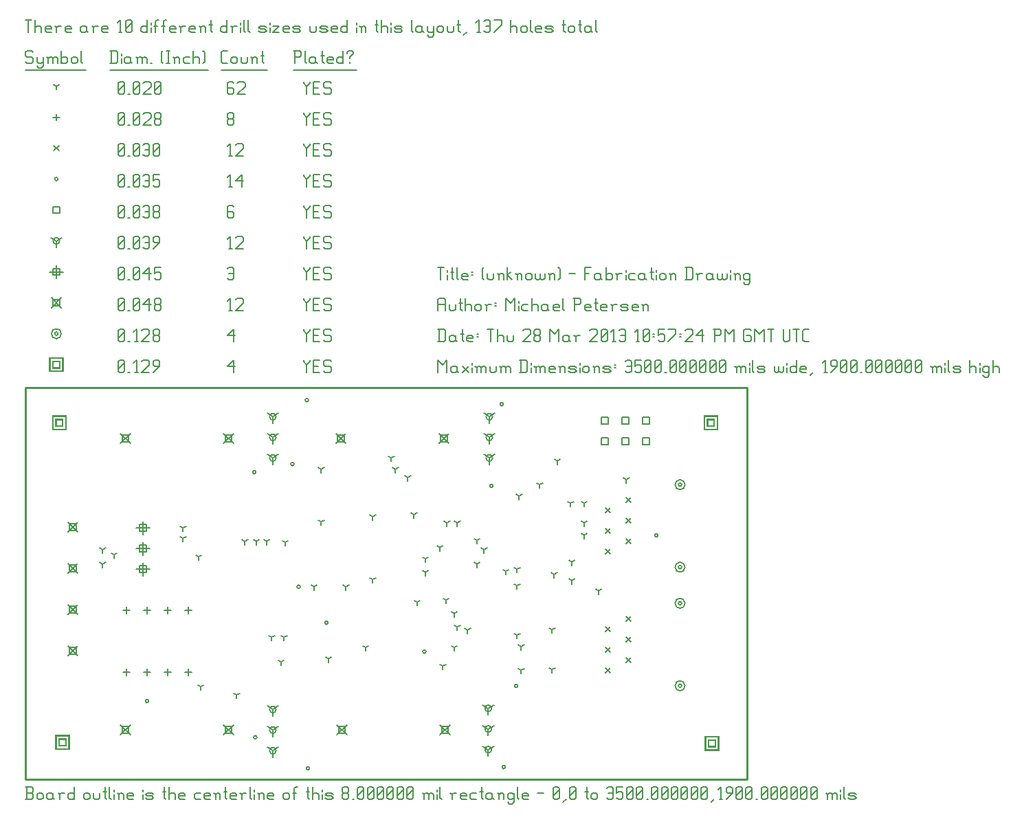
<source format=gbr>
G04 start of page 12 for group -3984 idx -3984 *
G04 Title: (unknown), fab *
G04 Creator: pcb 20110918 *
G04 CreationDate: Thu 28 Mar 2013 10:57:24 PM GMT UTC *
G04 For: railfan *
G04 Format: Gerber/RS-274X *
G04 PCB-Dimensions: 350000 190000 *
G04 PCB-Coordinate-Origin: lower left *
%MOIN*%
%FSLAX25Y25*%
%LNFAB*%
%ADD101C,0.0100*%
%ADD100C,0.0060*%
%ADD99R,0.0080X0.0080*%
G54D99*X16400Y19600D02*X19600D01*
X16400D02*Y16400D01*
X19600D01*
Y19600D02*Y16400D01*
X14800Y21200D02*X21200D01*
X14800D02*Y14800D01*
X21200D01*
Y21200D02*Y14800D01*
X331400Y19100D02*X334600D01*
X331400D02*Y15900D01*
X334600D01*
Y19100D02*Y15900D01*
X329800Y20700D02*X336200D01*
X329800D02*Y14300D01*
X336200D01*
Y20700D02*Y14300D01*
X14900Y174600D02*X18100D01*
X14900D02*Y171400D01*
X18100D01*
Y174600D02*Y171400D01*
X13300Y176200D02*X19700D01*
X13300D02*Y169800D01*
X19700D01*
Y176200D02*Y169800D01*
X330900Y174600D02*X334100D01*
X330900D02*Y171400D01*
X334100D01*
Y174600D02*Y171400D01*
X329300Y176200D02*X335700D01*
X329300D02*Y169800D01*
X335700D01*
Y176200D02*Y169800D01*
X13400Y202850D02*X16600D01*
X13400D02*Y199650D01*
X16600D01*
Y202850D02*Y199650D01*
X11800Y204450D02*X18200D01*
X11800D02*Y198050D01*
X18200D01*
Y204450D02*Y198050D01*
G54D100*X135000Y203500D02*Y202750D01*
X136500Y201250D01*
X138000Y202750D01*
Y203500D02*Y202750D01*
X136500Y201250D02*Y197500D01*
X139800Y200500D02*X142050D01*
X139800Y197500D02*X142800D01*
X139800Y203500D02*Y197500D01*
Y203500D02*X142800D01*
X147600D02*X148350Y202750D01*
X145350Y203500D02*X147600D01*
X144600Y202750D02*X145350Y203500D01*
X144600Y202750D02*Y201250D01*
X145350Y200500D01*
X147600D01*
X148350Y199750D01*
Y198250D01*
X147600Y197500D02*X148350Y198250D01*
X145350Y197500D02*X147600D01*
X144600Y198250D02*X145350Y197500D01*
X98000Y200500D02*X101000Y203500D01*
X98000Y200500D02*X101750D01*
X101000Y203500D02*Y197500D01*
X45000Y198250D02*X45750Y197500D01*
X45000Y202750D02*Y198250D01*
Y202750D02*X45750Y203500D01*
X47250D01*
X48000Y202750D01*
Y198250D01*
X47250Y197500D02*X48000Y198250D01*
X45750Y197500D02*X47250D01*
X45000Y199000D02*X48000Y202000D01*
X49800Y197500D02*X50550D01*
X53100D02*X54600D01*
X53850Y203500D02*Y197500D01*
X52350Y202000D02*X53850Y203500D01*
X56400Y202750D02*X57150Y203500D01*
X59400D01*
X60150Y202750D01*
Y201250D01*
X56400Y197500D02*X60150Y201250D01*
X56400Y197500D02*X60150D01*
X61950D02*X64950Y200500D01*
Y202750D02*Y200500D01*
X64200Y203500D02*X64950Y202750D01*
X62700Y203500D02*X64200D01*
X61950Y202750D02*X62700Y203500D01*
X61950Y202750D02*Y201250D01*
X62700Y200500D01*
X64950D01*
X316700Y45500D02*G75*G03X318300Y45500I800J0D01*G01*
G75*G03X316700Y45500I-800J0D01*G01*
X315100D02*G75*G03X319900Y45500I2400J0D01*G01*
G75*G03X315100Y45500I-2400J0D01*G01*
X316700Y85500D02*G75*G03X318300Y85500I800J0D01*G01*
G75*G03X316700Y85500I-800J0D01*G01*
X315100D02*G75*G03X319900Y85500I2400J0D01*G01*
G75*G03X315100Y85500I-2400J0D01*G01*
X316700Y103000D02*G75*G03X318300Y103000I800J0D01*G01*
G75*G03X316700Y103000I-800J0D01*G01*
X315100D02*G75*G03X319900Y103000I2400J0D01*G01*
G75*G03X315100Y103000I-2400J0D01*G01*
X316700Y143000D02*G75*G03X318300Y143000I800J0D01*G01*
G75*G03X316700Y143000I-800J0D01*G01*
X315100D02*G75*G03X319900Y143000I2400J0D01*G01*
G75*G03X315100Y143000I-2400J0D01*G01*
X14200Y216250D02*G75*G03X15800Y216250I800J0D01*G01*
G75*G03X14200Y216250I-800J0D01*G01*
X12600D02*G75*G03X17400Y216250I2400J0D01*G01*
G75*G03X12600Y216250I-2400J0D01*G01*
X135000Y218500D02*Y217750D01*
X136500Y216250D01*
X138000Y217750D01*
Y218500D02*Y217750D01*
X136500Y216250D02*Y212500D01*
X139800Y215500D02*X142050D01*
X139800Y212500D02*X142800D01*
X139800Y218500D02*Y212500D01*
Y218500D02*X142800D01*
X147600D02*X148350Y217750D01*
X145350Y218500D02*X147600D01*
X144600Y217750D02*X145350Y218500D01*
X144600Y217750D02*Y216250D01*
X145350Y215500D01*
X147600D01*
X148350Y214750D01*
Y213250D01*
X147600Y212500D02*X148350Y213250D01*
X145350Y212500D02*X147600D01*
X144600Y213250D02*X145350Y212500D01*
X98000Y215500D02*X101000Y218500D01*
X98000Y215500D02*X101750D01*
X101000Y218500D02*Y212500D01*
X45000Y213250D02*X45750Y212500D01*
X45000Y217750D02*Y213250D01*
Y217750D02*X45750Y218500D01*
X47250D01*
X48000Y217750D01*
Y213250D01*
X47250Y212500D02*X48000Y213250D01*
X45750Y212500D02*X47250D01*
X45000Y214000D02*X48000Y217000D01*
X49800Y212500D02*X50550D01*
X53100D02*X54600D01*
X53850Y218500D02*Y212500D01*
X52350Y217000D02*X53850Y218500D01*
X56400Y217750D02*X57150Y218500D01*
X59400D01*
X60150Y217750D01*
Y216250D01*
X56400Y212500D02*X60150Y216250D01*
X56400Y212500D02*X60150D01*
X61950Y213250D02*X62700Y212500D01*
X61950Y214750D02*Y213250D01*
Y214750D02*X62700Y215500D01*
X64200D01*
X64950Y214750D01*
Y213250D01*
X64200Y212500D02*X64950Y213250D01*
X62700Y212500D02*X64200D01*
X61950Y216250D02*X62700Y215500D01*
X61950Y217750D02*Y216250D01*
Y217750D02*X62700Y218500D01*
X64200D01*
X64950Y217750D01*
Y216250D01*
X64200Y215500D02*X64950Y216250D01*
X46100Y26400D02*X50900Y21600D01*
X46100D02*X50900Y26400D01*
X46900Y25600D02*X50100D01*
X46900D02*Y22400D01*
X50100D01*
Y25600D02*Y22400D01*
X96100Y26400D02*X100900Y21600D01*
X96100D02*X100900Y26400D01*
X96900Y25600D02*X100100D01*
X96900D02*Y22400D01*
X100100D01*
Y25600D02*Y22400D01*
X151100Y26400D02*X155900Y21600D01*
X151100D02*X155900Y26400D01*
X151900Y25600D02*X155100D01*
X151900D02*Y22400D01*
X155100D01*
Y25600D02*Y22400D01*
X201100Y26400D02*X205900Y21600D01*
X201100D02*X205900Y26400D01*
X201900Y25600D02*X205100D01*
X201900D02*Y22400D01*
X205100D01*
Y25600D02*Y22400D01*
X150600Y167900D02*X155400Y163100D01*
X150600D02*X155400Y167900D01*
X151400Y167100D02*X154600D01*
X151400D02*Y163900D01*
X154600D01*
Y167100D02*Y163900D01*
X200600Y167900D02*X205400Y163100D01*
X200600D02*X205400Y167900D01*
X201400Y167100D02*X204600D01*
X201400D02*Y163900D01*
X204600D01*
Y167100D02*Y163900D01*
X20600Y124900D02*X25400Y120100D01*
X20600D02*X25400Y124900D01*
X21400Y124100D02*X24600D01*
X21400D02*Y120900D01*
X24600D01*
Y124100D02*Y120900D01*
X20600Y104900D02*X25400Y100100D01*
X20600D02*X25400Y104900D01*
X21400Y104100D02*X24600D01*
X21400D02*Y100900D01*
X24600D01*
Y104100D02*Y100900D01*
X20600Y84900D02*X25400Y80100D01*
X20600D02*X25400Y84900D01*
X21400Y84100D02*X24600D01*
X21400D02*Y80900D01*
X24600D01*
Y84100D02*Y80900D01*
X20600Y64900D02*X25400Y60100D01*
X20600D02*X25400Y64900D01*
X21400Y64100D02*X24600D01*
X21400D02*Y60900D01*
X24600D01*
Y64100D02*Y60900D01*
X46100Y167900D02*X50900Y163100D01*
X46100D02*X50900Y167900D01*
X46900Y167100D02*X50100D01*
X46900D02*Y163900D01*
X50100D01*
Y167100D02*Y163900D01*
X96100Y167900D02*X100900Y163100D01*
X96100D02*X100900Y167900D01*
X96900Y167100D02*X100100D01*
X96900D02*Y163900D01*
X100100D01*
Y167100D02*Y163900D01*
X12600Y233650D02*X17400Y228850D01*
X12600D02*X17400Y233650D01*
X13400Y232850D02*X16600D01*
X13400D02*Y229650D01*
X16600D01*
Y232850D02*Y229650D01*
X135000Y233500D02*Y232750D01*
X136500Y231250D01*
X138000Y232750D01*
Y233500D02*Y232750D01*
X136500Y231250D02*Y227500D01*
X139800Y230500D02*X142050D01*
X139800Y227500D02*X142800D01*
X139800Y233500D02*Y227500D01*
Y233500D02*X142800D01*
X147600D02*X148350Y232750D01*
X145350Y233500D02*X147600D01*
X144600Y232750D02*X145350Y233500D01*
X144600Y232750D02*Y231250D01*
X145350Y230500D01*
X147600D01*
X148350Y229750D01*
Y228250D01*
X147600Y227500D02*X148350Y228250D01*
X145350Y227500D02*X147600D01*
X144600Y228250D02*X145350Y227500D01*
X98750D02*X100250D01*
X99500Y233500D02*Y227500D01*
X98000Y232000D02*X99500Y233500D01*
X102050Y232750D02*X102800Y233500D01*
X105050D01*
X105800Y232750D01*
Y231250D01*
X102050Y227500D02*X105800Y231250D01*
X102050Y227500D02*X105800D01*
X45000Y228250D02*X45750Y227500D01*
X45000Y232750D02*Y228250D01*
Y232750D02*X45750Y233500D01*
X47250D01*
X48000Y232750D01*
Y228250D01*
X47250Y227500D02*X48000Y228250D01*
X45750Y227500D02*X47250D01*
X45000Y229000D02*X48000Y232000D01*
X49800Y227500D02*X50550D01*
X52350Y228250D02*X53100Y227500D01*
X52350Y232750D02*Y228250D01*
Y232750D02*X53100Y233500D01*
X54600D01*
X55350Y232750D01*
Y228250D01*
X54600Y227500D02*X55350Y228250D01*
X53100Y227500D02*X54600D01*
X52350Y229000D02*X55350Y232000D01*
X57150Y230500D02*X60150Y233500D01*
X57150Y230500D02*X60900D01*
X60150Y233500D02*Y227500D01*
X62700Y228250D02*X63450Y227500D01*
X62700Y229750D02*Y228250D01*
Y229750D02*X63450Y230500D01*
X64950D01*
X65700Y229750D01*
Y228250D01*
X64950Y227500D02*X65700Y228250D01*
X63450Y227500D02*X64950D01*
X62700Y231250D02*X63450Y230500D01*
X62700Y232750D02*Y231250D01*
Y232750D02*X63450Y233500D01*
X64950D01*
X65700Y232750D01*
Y231250D01*
X64950Y230500D02*X65700Y231250D01*
X57000Y105200D02*Y98800D01*
X53800Y102000D02*X60200D01*
X55400Y103600D02*X58600D01*
X55400D02*Y100400D01*
X58600D01*
Y103600D02*Y100400D01*
X57000Y115200D02*Y108800D01*
X53800Y112000D02*X60200D01*
X55400Y113600D02*X58600D01*
X55400D02*Y110400D01*
X58600D01*
Y113600D02*Y110400D01*
X57000Y125200D02*Y118800D01*
X53800Y122000D02*X60200D01*
X55400Y123600D02*X58600D01*
X55400D02*Y120400D01*
X58600D01*
Y123600D02*Y120400D01*
X15000Y249450D02*Y243050D01*
X11800Y246250D02*X18200D01*
X13400Y247850D02*X16600D01*
X13400D02*Y244650D01*
X16600D01*
Y247850D02*Y244650D01*
X135000Y248500D02*Y247750D01*
X136500Y246250D01*
X138000Y247750D01*
Y248500D02*Y247750D01*
X136500Y246250D02*Y242500D01*
X139800Y245500D02*X142050D01*
X139800Y242500D02*X142800D01*
X139800Y248500D02*Y242500D01*
Y248500D02*X142800D01*
X147600D02*X148350Y247750D01*
X145350Y248500D02*X147600D01*
X144600Y247750D02*X145350Y248500D01*
X144600Y247750D02*Y246250D01*
X145350Y245500D01*
X147600D01*
X148350Y244750D01*
Y243250D01*
X147600Y242500D02*X148350Y243250D01*
X145350Y242500D02*X147600D01*
X144600Y243250D02*X145350Y242500D01*
X98000Y247750D02*X98750Y248500D01*
X100250D01*
X101000Y247750D01*
Y243250D01*
X100250Y242500D02*X101000Y243250D01*
X98750Y242500D02*X100250D01*
X98000Y243250D02*X98750Y242500D01*
Y245500D02*X101000D01*
X45000Y243250D02*X45750Y242500D01*
X45000Y247750D02*Y243250D01*
Y247750D02*X45750Y248500D01*
X47250D01*
X48000Y247750D01*
Y243250D01*
X47250Y242500D02*X48000Y243250D01*
X45750Y242500D02*X47250D01*
X45000Y244000D02*X48000Y247000D01*
X49800Y242500D02*X50550D01*
X52350Y243250D02*X53100Y242500D01*
X52350Y247750D02*Y243250D01*
Y247750D02*X53100Y248500D01*
X54600D01*
X55350Y247750D01*
Y243250D01*
X54600Y242500D02*X55350Y243250D01*
X53100Y242500D02*X54600D01*
X52350Y244000D02*X55350Y247000D01*
X57150Y245500D02*X60150Y248500D01*
X57150Y245500D02*X60900D01*
X60150Y248500D02*Y242500D01*
X62700Y248500D02*X65700D01*
X62700D02*Y245500D01*
X63450Y246250D01*
X64950D01*
X65700Y245500D01*
Y243250D01*
X64950Y242500D02*X65700Y243250D01*
X63450Y242500D02*X64950D01*
X62700Y243250D02*X63450Y242500D01*
X224500Y14500D02*Y11300D01*
Y14500D02*X227273Y16100D01*
X224500Y14500D02*X221727Y16100D01*
X222900Y14500D02*G75*G03X226100Y14500I1600J0D01*G01*
G75*G03X222900Y14500I-1600J0D01*G01*
X224500Y24500D02*Y21300D01*
Y24500D02*X227273Y26100D01*
X224500Y24500D02*X221727Y26100D01*
X222900Y24500D02*G75*G03X226100Y24500I1600J0D01*G01*
G75*G03X222900Y24500I-1600J0D01*G01*
X224500Y34500D02*Y31300D01*
Y34500D02*X227273Y36100D01*
X224500Y34500D02*X221727Y36100D01*
X222900Y34500D02*G75*G03X226100Y34500I1600J0D01*G01*
G75*G03X222900Y34500I-1600J0D01*G01*
X225000Y156000D02*Y152800D01*
Y156000D02*X227773Y157600D01*
X225000Y156000D02*X222227Y157600D01*
X223400Y156000D02*G75*G03X226600Y156000I1600J0D01*G01*
G75*G03X223400Y156000I-1600J0D01*G01*
X225000Y166000D02*Y162800D01*
Y166000D02*X227773Y167600D01*
X225000Y166000D02*X222227Y167600D01*
X223400Y166000D02*G75*G03X226600Y166000I1600J0D01*G01*
G75*G03X223400Y166000I-1600J0D01*G01*
X225000Y176000D02*Y172800D01*
Y176000D02*X227773Y177600D01*
X225000Y176000D02*X222227Y177600D01*
X223400Y176000D02*G75*G03X226600Y176000I1600J0D01*G01*
G75*G03X223400Y176000I-1600J0D01*G01*
X120000Y156000D02*Y152800D01*
Y156000D02*X122773Y157600D01*
X120000Y156000D02*X117227Y157600D01*
X118400Y156000D02*G75*G03X121600Y156000I1600J0D01*G01*
G75*G03X118400Y156000I-1600J0D01*G01*
X120000Y166000D02*Y162800D01*
Y166000D02*X122773Y167600D01*
X120000Y166000D02*X117227Y167600D01*
X118400Y166000D02*G75*G03X121600Y166000I1600J0D01*G01*
G75*G03X118400Y166000I-1600J0D01*G01*
X120000Y176000D02*Y172800D01*
Y176000D02*X122773Y177600D01*
X120000Y176000D02*X117227Y177600D01*
X118400Y176000D02*G75*G03X121600Y176000I1600J0D01*G01*
G75*G03X118400Y176000I-1600J0D01*G01*
X120000Y14000D02*Y10800D01*
Y14000D02*X122773Y15600D01*
X120000Y14000D02*X117227Y15600D01*
X118400Y14000D02*G75*G03X121600Y14000I1600J0D01*G01*
G75*G03X118400Y14000I-1600J0D01*G01*
X120000Y24000D02*Y20800D01*
Y24000D02*X122773Y25600D01*
X120000Y24000D02*X117227Y25600D01*
X118400Y24000D02*G75*G03X121600Y24000I1600J0D01*G01*
G75*G03X118400Y24000I-1600J0D01*G01*
X120000Y34000D02*Y30800D01*
Y34000D02*X122773Y35600D01*
X120000Y34000D02*X117227Y35600D01*
X118400Y34000D02*G75*G03X121600Y34000I1600J0D01*G01*
G75*G03X118400Y34000I-1600J0D01*G01*
X15000Y261250D02*Y258050D01*
Y261250D02*X17773Y262850D01*
X15000Y261250D02*X12227Y262850D01*
X13400Y261250D02*G75*G03X16600Y261250I1600J0D01*G01*
G75*G03X13400Y261250I-1600J0D01*G01*
X135000Y263500D02*Y262750D01*
X136500Y261250D01*
X138000Y262750D01*
Y263500D02*Y262750D01*
X136500Y261250D02*Y257500D01*
X139800Y260500D02*X142050D01*
X139800Y257500D02*X142800D01*
X139800Y263500D02*Y257500D01*
Y263500D02*X142800D01*
X147600D02*X148350Y262750D01*
X145350Y263500D02*X147600D01*
X144600Y262750D02*X145350Y263500D01*
X144600Y262750D02*Y261250D01*
X145350Y260500D01*
X147600D01*
X148350Y259750D01*
Y258250D01*
X147600Y257500D02*X148350Y258250D01*
X145350Y257500D02*X147600D01*
X144600Y258250D02*X145350Y257500D01*
X98750D02*X100250D01*
X99500Y263500D02*Y257500D01*
X98000Y262000D02*X99500Y263500D01*
X102050Y262750D02*X102800Y263500D01*
X105050D01*
X105800Y262750D01*
Y261250D01*
X102050Y257500D02*X105800Y261250D01*
X102050Y257500D02*X105800D01*
X45000Y258250D02*X45750Y257500D01*
X45000Y262750D02*Y258250D01*
Y262750D02*X45750Y263500D01*
X47250D01*
X48000Y262750D01*
Y258250D01*
X47250Y257500D02*X48000Y258250D01*
X45750Y257500D02*X47250D01*
X45000Y259000D02*X48000Y262000D01*
X49800Y257500D02*X50550D01*
X52350Y258250D02*X53100Y257500D01*
X52350Y262750D02*Y258250D01*
Y262750D02*X53100Y263500D01*
X54600D01*
X55350Y262750D01*
Y258250D01*
X54600Y257500D02*X55350Y258250D01*
X53100Y257500D02*X54600D01*
X52350Y259000D02*X55350Y262000D01*
X57150Y262750D02*X57900Y263500D01*
X59400D01*
X60150Y262750D01*
Y258250D01*
X59400Y257500D02*X60150Y258250D01*
X57900Y257500D02*X59400D01*
X57150Y258250D02*X57900Y257500D01*
Y260500D02*X60150D01*
X61950Y257500D02*X64950Y260500D01*
Y262750D02*Y260500D01*
X64200Y263500D02*X64950Y262750D01*
X62700Y263500D02*X64200D01*
X61950Y262750D02*X62700Y263500D01*
X61950Y262750D02*Y261250D01*
X62700Y260500D01*
X64950D01*
X299400Y175600D02*X302600D01*
X299400D02*Y172400D01*
X302600D01*
Y175600D02*Y172400D01*
X289400Y175600D02*X292600D01*
X289400D02*Y172400D01*
X292600D01*
Y175600D02*Y172400D01*
X279400Y175600D02*X282600D01*
X279400D02*Y172400D01*
X282600D01*
Y175600D02*Y172400D01*
X299400Y165600D02*X302600D01*
X299400D02*Y162400D01*
X302600D01*
Y165600D02*Y162400D01*
X289400Y165600D02*X292600D01*
X289400D02*Y162400D01*
X292600D01*
Y165600D02*Y162400D01*
X279400Y165600D02*X282600D01*
X279400D02*Y162400D01*
X282600D01*
Y165600D02*Y162400D01*
X13400Y277850D02*X16600D01*
X13400D02*Y274650D01*
X16600D01*
Y277850D02*Y274650D01*
X135000Y278500D02*Y277750D01*
X136500Y276250D01*
X138000Y277750D01*
Y278500D02*Y277750D01*
X136500Y276250D02*Y272500D01*
X139800Y275500D02*X142050D01*
X139800Y272500D02*X142800D01*
X139800Y278500D02*Y272500D01*
Y278500D02*X142800D01*
X147600D02*X148350Y277750D01*
X145350Y278500D02*X147600D01*
X144600Y277750D02*X145350Y278500D01*
X144600Y277750D02*Y276250D01*
X145350Y275500D01*
X147600D01*
X148350Y274750D01*
Y273250D01*
X147600Y272500D02*X148350Y273250D01*
X145350Y272500D02*X147600D01*
X144600Y273250D02*X145350Y272500D01*
X100250Y278500D02*X101000Y277750D01*
X98750Y278500D02*X100250D01*
X98000Y277750D02*X98750Y278500D01*
X98000Y277750D02*Y273250D01*
X98750Y272500D01*
X100250Y275500D02*X101000Y274750D01*
X98000Y275500D02*X100250D01*
X98750Y272500D02*X100250D01*
X101000Y273250D01*
Y274750D02*Y273250D01*
X45000D02*X45750Y272500D01*
X45000Y277750D02*Y273250D01*
Y277750D02*X45750Y278500D01*
X47250D01*
X48000Y277750D01*
Y273250D01*
X47250Y272500D02*X48000Y273250D01*
X45750Y272500D02*X47250D01*
X45000Y274000D02*X48000Y277000D01*
X49800Y272500D02*X50550D01*
X52350Y273250D02*X53100Y272500D01*
X52350Y277750D02*Y273250D01*
Y277750D02*X53100Y278500D01*
X54600D01*
X55350Y277750D01*
Y273250D01*
X54600Y272500D02*X55350Y273250D01*
X53100Y272500D02*X54600D01*
X52350Y274000D02*X55350Y277000D01*
X57150Y277750D02*X57900Y278500D01*
X59400D01*
X60150Y277750D01*
Y273250D01*
X59400Y272500D02*X60150Y273250D01*
X57900Y272500D02*X59400D01*
X57150Y273250D02*X57900Y272500D01*
Y275500D02*X60150D01*
X61950Y273250D02*X62700Y272500D01*
X61950Y274750D02*Y273250D01*
Y274750D02*X62700Y275500D01*
X64200D01*
X64950Y274750D01*
Y273250D01*
X64200Y272500D02*X64950Y273250D01*
X62700Y272500D02*X64200D01*
X61950Y276250D02*X62700Y275500D01*
X61950Y277750D02*Y276250D01*
Y277750D02*X62700Y278500D01*
X64200D01*
X64950Y277750D01*
Y276250D01*
X64200Y275500D02*X64950Y276250D01*
X58200Y38000D02*G75*G03X59800Y38000I800J0D01*G01*
G75*G03X58200Y38000I-800J0D01*G01*
X110700Y20500D02*G75*G03X112300Y20500I800J0D01*G01*
G75*G03X110700Y20500I-800J0D01*G01*
X231200Y6000D02*G75*G03X232800Y6000I800J0D01*G01*
G75*G03X231200Y6000I-800J0D01*G01*
X230200Y182000D02*G75*G03X231800Y182000I800J0D01*G01*
G75*G03X230200Y182000I-800J0D01*G01*
X135700Y184000D02*G75*G03X137300Y184000I800J0D01*G01*
G75*G03X135700Y184000I-800J0D01*G01*
X110200Y149000D02*G75*G03X111800Y149000I800J0D01*G01*
G75*G03X110200Y149000I-800J0D01*G01*
X136200Y5500D02*G75*G03X137800Y5500I800J0D01*G01*
G75*G03X136200Y5500I-800J0D01*G01*
X128700Y153000D02*G75*G03X130300Y153000I800J0D01*G01*
G75*G03X128700Y153000I-800J0D01*G01*
X192700Y62000D02*G75*G03X194300Y62000I800J0D01*G01*
G75*G03X192700Y62000I-800J0D01*G01*
X131700Y93500D02*G75*G03X133300Y93500I800J0D01*G01*
G75*G03X131700Y93500I-800J0D01*G01*
X145200Y76000D02*G75*G03X146800Y76000I800J0D01*G01*
G75*G03X145200Y76000I-800J0D01*G01*
X225200Y142500D02*G75*G03X226800Y142500I800J0D01*G01*
G75*G03X225200Y142500I-800J0D01*G01*
X305200Y118500D02*G75*G03X306800Y118500I800J0D01*G01*
G75*G03X305200Y118500I-800J0D01*G01*
X237200Y45500D02*G75*G03X238800Y45500I800J0D01*G01*
G75*G03X237200Y45500I-800J0D01*G01*
X14200Y291250D02*G75*G03X15800Y291250I800J0D01*G01*
G75*G03X14200Y291250I-800J0D01*G01*
X135000Y293500D02*Y292750D01*
X136500Y291250D01*
X138000Y292750D01*
Y293500D02*Y292750D01*
X136500Y291250D02*Y287500D01*
X139800Y290500D02*X142050D01*
X139800Y287500D02*X142800D01*
X139800Y293500D02*Y287500D01*
Y293500D02*X142800D01*
X147600D02*X148350Y292750D01*
X145350Y293500D02*X147600D01*
X144600Y292750D02*X145350Y293500D01*
X144600Y292750D02*Y291250D01*
X145350Y290500D01*
X147600D01*
X148350Y289750D01*
Y288250D01*
X147600Y287500D02*X148350Y288250D01*
X145350Y287500D02*X147600D01*
X144600Y288250D02*X145350Y287500D01*
X98750D02*X100250D01*
X99500Y293500D02*Y287500D01*
X98000Y292000D02*X99500Y293500D01*
X102050Y290500D02*X105050Y293500D01*
X102050Y290500D02*X105800D01*
X105050Y293500D02*Y287500D01*
X45000Y288250D02*X45750Y287500D01*
X45000Y292750D02*Y288250D01*
Y292750D02*X45750Y293500D01*
X47250D01*
X48000Y292750D01*
Y288250D01*
X47250Y287500D02*X48000Y288250D01*
X45750Y287500D02*X47250D01*
X45000Y289000D02*X48000Y292000D01*
X49800Y287500D02*X50550D01*
X52350Y288250D02*X53100Y287500D01*
X52350Y292750D02*Y288250D01*
Y292750D02*X53100Y293500D01*
X54600D01*
X55350Y292750D01*
Y288250D01*
X54600Y287500D02*X55350Y288250D01*
X53100Y287500D02*X54600D01*
X52350Y289000D02*X55350Y292000D01*
X57150Y292750D02*X57900Y293500D01*
X59400D01*
X60150Y292750D01*
Y288250D01*
X59400Y287500D02*X60150Y288250D01*
X57900Y287500D02*X59400D01*
X57150Y288250D02*X57900Y287500D01*
Y290500D02*X60150D01*
X61950Y293500D02*X64950D01*
X61950D02*Y290500D01*
X62700Y291250D01*
X64200D01*
X64950Y290500D01*
Y288250D01*
X64200Y287500D02*X64950Y288250D01*
X62700Y287500D02*X64200D01*
X61950Y288250D02*X62700Y287500D01*
X281300Y54200D02*X283700Y51800D01*
X281300D02*X283700Y54200D01*
X291300Y59200D02*X293700Y56800D01*
X291300D02*X293700Y59200D01*
X281300Y64200D02*X283700Y61800D01*
X281300D02*X283700Y64200D01*
X291300Y69200D02*X293700Y66800D01*
X291300D02*X293700Y69200D01*
X281300Y74200D02*X283700Y71800D01*
X281300D02*X283700Y74200D01*
X291300Y79200D02*X293700Y76800D01*
X291300D02*X293700Y79200D01*
X281300Y111700D02*X283700Y109300D01*
X281300D02*X283700Y111700D01*
X291300Y116700D02*X293700Y114300D01*
X291300D02*X293700Y116700D01*
X281300Y121700D02*X283700Y119300D01*
X281300D02*X283700Y121700D01*
X291300Y126700D02*X293700Y124300D01*
X291300D02*X293700Y126700D01*
X281300Y131700D02*X283700Y129300D01*
X281300D02*X283700Y131700D01*
X291300Y136700D02*X293700Y134300D01*
X291300D02*X293700Y136700D01*
X13800Y307450D02*X16200Y305050D01*
X13800D02*X16200Y307450D01*
X135000Y308500D02*Y307750D01*
X136500Y306250D01*
X138000Y307750D01*
Y308500D02*Y307750D01*
X136500Y306250D02*Y302500D01*
X139800Y305500D02*X142050D01*
X139800Y302500D02*X142800D01*
X139800Y308500D02*Y302500D01*
Y308500D02*X142800D01*
X147600D02*X148350Y307750D01*
X145350Y308500D02*X147600D01*
X144600Y307750D02*X145350Y308500D01*
X144600Y307750D02*Y306250D01*
X145350Y305500D01*
X147600D01*
X148350Y304750D01*
Y303250D01*
X147600Y302500D02*X148350Y303250D01*
X145350Y302500D02*X147600D01*
X144600Y303250D02*X145350Y302500D01*
X98750D02*X100250D01*
X99500Y308500D02*Y302500D01*
X98000Y307000D02*X99500Y308500D01*
X102050Y307750D02*X102800Y308500D01*
X105050D01*
X105800Y307750D01*
Y306250D01*
X102050Y302500D02*X105800Y306250D01*
X102050Y302500D02*X105800D01*
X45000Y303250D02*X45750Y302500D01*
X45000Y307750D02*Y303250D01*
Y307750D02*X45750Y308500D01*
X47250D01*
X48000Y307750D01*
Y303250D01*
X47250Y302500D02*X48000Y303250D01*
X45750Y302500D02*X47250D01*
X45000Y304000D02*X48000Y307000D01*
X49800Y302500D02*X50550D01*
X52350Y303250D02*X53100Y302500D01*
X52350Y307750D02*Y303250D01*
Y307750D02*X53100Y308500D01*
X54600D01*
X55350Y307750D01*
Y303250D01*
X54600Y302500D02*X55350Y303250D01*
X53100Y302500D02*X54600D01*
X52350Y304000D02*X55350Y307000D01*
X57150Y307750D02*X57900Y308500D01*
X59400D01*
X60150Y307750D01*
Y303250D01*
X59400Y302500D02*X60150Y303250D01*
X57900Y302500D02*X59400D01*
X57150Y303250D02*X57900Y302500D01*
Y305500D02*X60150D01*
X61950Y303250D02*X62700Y302500D01*
X61950Y307750D02*Y303250D01*
Y307750D02*X62700Y308500D01*
X64200D01*
X64950Y307750D01*
Y303250D01*
X64200Y302500D02*X64950Y303250D01*
X62700Y302500D02*X64200D01*
X61950Y304000D02*X64950Y307000D01*
X49000Y53600D02*Y50400D01*
X47400Y52000D02*X50600D01*
X59000Y53600D02*Y50400D01*
X57400Y52000D02*X60600D01*
X69000Y53600D02*Y50400D01*
X67400Y52000D02*X70600D01*
X79000Y53600D02*Y50400D01*
X77400Y52000D02*X80600D01*
X79000Y83600D02*Y80400D01*
X77400Y82000D02*X80600D01*
X69000Y83600D02*Y80400D01*
X67400Y82000D02*X70600D01*
X59000Y83600D02*Y80400D01*
X57400Y82000D02*X60600D01*
X49000Y83600D02*Y80400D01*
X47400Y82000D02*X50600D01*
X15000Y322850D02*Y319650D01*
X13400Y321250D02*X16600D01*
X135000Y323500D02*Y322750D01*
X136500Y321250D01*
X138000Y322750D01*
Y323500D02*Y322750D01*
X136500Y321250D02*Y317500D01*
X139800Y320500D02*X142050D01*
X139800Y317500D02*X142800D01*
X139800Y323500D02*Y317500D01*
Y323500D02*X142800D01*
X147600D02*X148350Y322750D01*
X145350Y323500D02*X147600D01*
X144600Y322750D02*X145350Y323500D01*
X144600Y322750D02*Y321250D01*
X145350Y320500D01*
X147600D01*
X148350Y319750D01*
Y318250D01*
X147600Y317500D02*X148350Y318250D01*
X145350Y317500D02*X147600D01*
X144600Y318250D02*X145350Y317500D01*
X98000Y318250D02*X98750Y317500D01*
X98000Y319750D02*Y318250D01*
Y319750D02*X98750Y320500D01*
X100250D01*
X101000Y319750D01*
Y318250D01*
X100250Y317500D02*X101000Y318250D01*
X98750Y317500D02*X100250D01*
X98000Y321250D02*X98750Y320500D01*
X98000Y322750D02*Y321250D01*
Y322750D02*X98750Y323500D01*
X100250D01*
X101000Y322750D01*
Y321250D01*
X100250Y320500D02*X101000Y321250D01*
X45000Y318250D02*X45750Y317500D01*
X45000Y322750D02*Y318250D01*
Y322750D02*X45750Y323500D01*
X47250D01*
X48000Y322750D01*
Y318250D01*
X47250Y317500D02*X48000Y318250D01*
X45750Y317500D02*X47250D01*
X45000Y319000D02*X48000Y322000D01*
X49800Y317500D02*X50550D01*
X52350Y318250D02*X53100Y317500D01*
X52350Y322750D02*Y318250D01*
Y322750D02*X53100Y323500D01*
X54600D01*
X55350Y322750D01*
Y318250D01*
X54600Y317500D02*X55350Y318250D01*
X53100Y317500D02*X54600D01*
X52350Y319000D02*X55350Y322000D01*
X57150Y322750D02*X57900Y323500D01*
X60150D01*
X60900Y322750D01*
Y321250D01*
X57150Y317500D02*X60900Y321250D01*
X57150Y317500D02*X60900D01*
X62700Y318250D02*X63450Y317500D01*
X62700Y319750D02*Y318250D01*
Y319750D02*X63450Y320500D01*
X64950D01*
X65700Y319750D01*
Y318250D01*
X64950Y317500D02*X65700Y318250D01*
X63450Y317500D02*X64950D01*
X62700Y321250D02*X63450Y320500D01*
X62700Y322750D02*Y321250D01*
Y322750D02*X63450Y323500D01*
X64950D01*
X65700Y322750D01*
Y321250D01*
X64950Y320500D02*X65700Y321250D01*
X255500Y53394D02*Y51794D01*
Y53394D02*X256887Y54194D01*
X255500Y53394D02*X254113Y54194D01*
X255500Y72606D02*Y71006D01*
Y72606D02*X256887Y73406D01*
X255500Y72606D02*X254113Y73406D01*
X278000Y91500D02*Y89900D01*
Y91500D02*X279387Y92300D01*
X278000Y91500D02*X276613Y92300D01*
X85000Y45000D02*Y43400D01*
Y45000D02*X86387Y45800D01*
X85000Y45000D02*X83613Y45800D01*
X214500Y72500D02*Y70900D01*
Y72500D02*X215887Y73300D01*
X214500Y72500D02*X213113Y73300D01*
X119500Y69000D02*Y67400D01*
Y69000D02*X120887Y69800D01*
X119500Y69000D02*X118113Y69800D01*
X177500Y156000D02*Y154400D01*
Y156000D02*X178887Y156800D01*
X177500Y156000D02*X176113Y156800D01*
X165000Y64000D02*Y62400D01*
Y64000D02*X166387Y64800D01*
X165000Y64000D02*X163613Y64800D01*
X208000Y64000D02*Y62400D01*
Y64000D02*X209387Y64800D01*
X208000Y64000D02*X206613Y64800D01*
X209500Y74000D02*Y72400D01*
Y74000D02*X210887Y74800D01*
X209500Y74000D02*X208113Y74800D01*
X117000Y115500D02*Y113900D01*
Y115500D02*X118387Y116300D01*
X117000Y115500D02*X115613Y116300D01*
X126000Y115000D02*Y113400D01*
Y115000D02*X127387Y115800D01*
X126000Y115000D02*X124613Y115800D01*
X102500Y41000D02*Y39400D01*
Y41000D02*X103887Y41800D01*
X102500Y41000D02*X101113Y41800D01*
X208000Y80500D02*Y78900D01*
Y80500D02*X209387Y81300D01*
X208000Y80500D02*X206613Y81300D01*
X155500Y93500D02*Y91900D01*
Y93500D02*X156887Y94300D01*
X155500Y93500D02*X154113Y94300D01*
X140000Y93500D02*Y91900D01*
Y93500D02*X141387Y94300D01*
X140000Y93500D02*X138613Y94300D01*
X143500Y125000D02*Y123400D01*
Y125000D02*X144887Y125800D01*
X143500Y125000D02*X142113Y125800D01*
X143500Y150500D02*Y148900D01*
Y150500D02*X144887Y151300D01*
X143500Y150500D02*X142113Y151300D01*
X147000Y58500D02*Y56900D01*
Y58500D02*X148387Y59300D01*
X147000Y58500D02*X145613Y59300D01*
X240500Y64500D02*Y62900D01*
Y64500D02*X241887Y65300D01*
X240500Y64500D02*X239113Y65300D01*
X240500Y53000D02*Y51400D01*
Y53000D02*X241887Y53800D01*
X240500Y53000D02*X239113Y53800D01*
X168500Y97000D02*Y95400D01*
Y97000D02*X169887Y97800D01*
X168500Y97000D02*X167113Y97800D01*
X168500Y127500D02*Y125900D01*
Y127500D02*X169887Y128300D01*
X168500Y127500D02*X167113Y128300D01*
X238500Y102000D02*Y100400D01*
Y102000D02*X239887Y102800D01*
X238500Y102000D02*X237113Y102800D01*
X238500Y94000D02*Y92400D01*
Y94000D02*X239887Y94800D01*
X238500Y94000D02*X237113Y94800D01*
X194000Y100500D02*Y98900D01*
Y100500D02*X195387Y101300D01*
X194000Y100500D02*X192613Y101300D01*
X194000Y107000D02*Y105400D01*
Y107000D02*X195387Y107800D01*
X194000Y107000D02*X192613Y107800D01*
X179500Y150500D02*Y148900D01*
Y150500D02*X180887Y151300D01*
X179500Y150500D02*X178113Y151300D01*
X238500Y70000D02*Y68400D01*
Y70000D02*X239887Y70800D01*
X238500Y70000D02*X237113Y70800D01*
X185500Y146500D02*Y144900D01*
Y146500D02*X186887Y147300D01*
X185500Y146500D02*X184113Y147300D01*
X188500Y128500D02*Y126900D01*
Y128500D02*X189887Y129300D01*
X188500Y128500D02*X187113Y129300D01*
X239500Y137500D02*Y135900D01*
Y137500D02*X240887Y138300D01*
X239500Y137500D02*X238113Y138300D01*
X219000Y104500D02*Y102900D01*
Y104500D02*X220387Y105300D01*
X219000Y104500D02*X217613Y105300D01*
X265000Y105500D02*Y103900D01*
Y105500D02*X266387Y106300D01*
X265000Y105500D02*X263613Y106300D01*
X265000Y96500D02*Y94900D01*
Y96500D02*X266387Y97300D01*
X265000Y96500D02*X263613Y97300D01*
X201000Y112500D02*Y110900D01*
Y112500D02*X202387Y113300D01*
X201000Y112500D02*X199613Y113300D01*
X249500Y143000D02*Y141400D01*
Y143000D02*X250887Y143800D01*
X249500Y143000D02*X248113Y143800D01*
X258000Y154500D02*Y152900D01*
Y154500D02*X259387Y155300D01*
X258000Y154500D02*X256613Y155300D01*
X256500Y99500D02*Y97900D01*
Y99500D02*X257887Y100300D01*
X256500Y99500D02*X255113Y100300D01*
X271000Y118500D02*Y116900D01*
Y118500D02*X272387Y119300D01*
X271000Y118500D02*X269613Y119300D01*
X291500Y145500D02*Y143900D01*
Y145500D02*X292887Y146300D01*
X291500Y145500D02*X290113Y146300D01*
X204500Y124500D02*Y122900D01*
Y124500D02*X205887Y125300D01*
X204500Y124500D02*X203113Y125300D01*
X209500Y124500D02*Y122900D01*
Y124500D02*X210887Y125300D01*
X209500Y124500D02*X208113Y125300D01*
X271000Y134000D02*Y132400D01*
Y134000D02*X272387Y134800D01*
X271000Y134000D02*X269613Y134800D01*
X264500Y134000D02*Y132400D01*
Y134000D02*X265887Y134800D01*
X264500Y134000D02*X263113Y134800D01*
X219000Y116000D02*Y114400D01*
Y116000D02*X220387Y116800D01*
X219000Y116000D02*X217613Y116800D01*
X222500Y111500D02*Y109900D01*
Y111500D02*X223887Y112300D01*
X222500Y111500D02*X221113Y112300D01*
X271000Y124500D02*Y122900D01*
Y124500D02*X272387Y125300D01*
X271000Y124500D02*X269613Y125300D01*
X190000Y86000D02*Y84400D01*
Y86000D02*X191387Y86800D01*
X190000Y86000D02*X188613Y86800D01*
X202500Y55000D02*Y53400D01*
Y55000D02*X203887Y55800D01*
X202500Y55000D02*X201113Y55800D01*
X204000Y87000D02*Y85400D01*
Y87000D02*X205387Y87800D01*
X204000Y87000D02*X202613Y87800D01*
X233000Y101000D02*Y99400D01*
Y101000D02*X234387Y101800D01*
X233000Y101000D02*X231613Y101800D01*
X106500Y115500D02*Y113900D01*
Y115500D02*X107887Y116300D01*
X106500Y115500D02*X105113Y116300D01*
X112000Y115500D02*Y113900D01*
Y115500D02*X113387Y116300D01*
X112000Y115500D02*X110613Y116300D01*
X124000Y57000D02*Y55400D01*
Y57000D02*X125387Y57800D01*
X124000Y57000D02*X122613Y57800D01*
X125500Y69000D02*Y67400D01*
Y69000D02*X126887Y69800D01*
X125500Y69000D02*X124113Y69800D01*
X76500Y122000D02*Y120400D01*
Y122000D02*X77887Y122800D01*
X76500Y122000D02*X75113Y122800D01*
X76500Y117000D02*Y115400D01*
Y117000D02*X77887Y117800D01*
X76500Y117000D02*X75113Y117800D01*
X84000Y108000D02*Y106400D01*
Y108000D02*X85387Y108800D01*
X84000Y108000D02*X82613Y108800D01*
X37500Y111500D02*Y109900D01*
Y111500D02*X38887Y112300D01*
X37500Y111500D02*X36113Y112300D01*
X37500Y104500D02*Y102900D01*
Y104500D02*X38887Y105300D01*
X37500Y104500D02*X36113Y105300D01*
X43000Y109000D02*Y107400D01*
Y109000D02*X44387Y109800D01*
X43000Y109000D02*X41613Y109800D01*
X15000Y336250D02*Y334650D01*
Y336250D02*X16387Y337050D01*
X15000Y336250D02*X13613Y337050D01*
X135000Y338500D02*Y337750D01*
X136500Y336250D01*
X138000Y337750D01*
Y338500D02*Y337750D01*
X136500Y336250D02*Y332500D01*
X139800Y335500D02*X142050D01*
X139800Y332500D02*X142800D01*
X139800Y338500D02*Y332500D01*
Y338500D02*X142800D01*
X147600D02*X148350Y337750D01*
X145350Y338500D02*X147600D01*
X144600Y337750D02*X145350Y338500D01*
X144600Y337750D02*Y336250D01*
X145350Y335500D01*
X147600D01*
X148350Y334750D01*
Y333250D01*
X147600Y332500D02*X148350Y333250D01*
X145350Y332500D02*X147600D01*
X144600Y333250D02*X145350Y332500D01*
X100250Y338500D02*X101000Y337750D01*
X98750Y338500D02*X100250D01*
X98000Y337750D02*X98750Y338500D01*
X98000Y337750D02*Y333250D01*
X98750Y332500D01*
X100250Y335500D02*X101000Y334750D01*
X98000Y335500D02*X100250D01*
X98750Y332500D02*X100250D01*
X101000Y333250D01*
Y334750D02*Y333250D01*
X102800Y337750D02*X103550Y338500D01*
X105800D01*
X106550Y337750D01*
Y336250D01*
X102800Y332500D02*X106550Y336250D01*
X102800Y332500D02*X106550D01*
X45000Y333250D02*X45750Y332500D01*
X45000Y337750D02*Y333250D01*
Y337750D02*X45750Y338500D01*
X47250D01*
X48000Y337750D01*
Y333250D01*
X47250Y332500D02*X48000Y333250D01*
X45750Y332500D02*X47250D01*
X45000Y334000D02*X48000Y337000D01*
X49800Y332500D02*X50550D01*
X52350Y333250D02*X53100Y332500D01*
X52350Y337750D02*Y333250D01*
Y337750D02*X53100Y338500D01*
X54600D01*
X55350Y337750D01*
Y333250D01*
X54600Y332500D02*X55350Y333250D01*
X53100Y332500D02*X54600D01*
X52350Y334000D02*X55350Y337000D01*
X57150Y337750D02*X57900Y338500D01*
X60150D01*
X60900Y337750D01*
Y336250D01*
X57150Y332500D02*X60900Y336250D01*
X57150Y332500D02*X60900D01*
X62700Y333250D02*X63450Y332500D01*
X62700Y337750D02*Y333250D01*
Y337750D02*X63450Y338500D01*
X64950D01*
X65700Y337750D01*
Y333250D01*
X64950Y332500D02*X65700Y333250D01*
X63450Y332500D02*X64950D01*
X62700Y334000D02*X65700Y337000D01*
X3000Y353500D02*X3750Y352750D01*
X750Y353500D02*X3000D01*
X0Y352750D02*X750Y353500D01*
X0Y352750D02*Y351250D01*
X750Y350500D01*
X3000D01*
X3750Y349750D01*
Y348250D01*
X3000Y347500D02*X3750Y348250D01*
X750Y347500D02*X3000D01*
X0Y348250D02*X750Y347500D01*
X5550Y350500D02*Y348250D01*
X6300Y347500D01*
X8550Y350500D02*Y346000D01*
X7800Y345250D02*X8550Y346000D01*
X6300Y345250D02*X7800D01*
X5550Y346000D02*X6300Y345250D01*
Y347500D02*X7800D01*
X8550Y348250D01*
X11100Y349750D02*Y347500D01*
Y349750D02*X11850Y350500D01*
X12600D01*
X13350Y349750D01*
Y347500D01*
Y349750D02*X14100Y350500D01*
X14850D01*
X15600Y349750D01*
Y347500D01*
X10350Y350500D02*X11100Y349750D01*
X17400Y353500D02*Y347500D01*
Y348250D02*X18150Y347500D01*
X19650D01*
X20400Y348250D01*
Y349750D02*Y348250D01*
X19650Y350500D02*X20400Y349750D01*
X18150Y350500D02*X19650D01*
X17400Y349750D02*X18150Y350500D01*
X22200Y349750D02*Y348250D01*
Y349750D02*X22950Y350500D01*
X24450D01*
X25200Y349750D01*
Y348250D01*
X24450Y347500D02*X25200Y348250D01*
X22950Y347500D02*X24450D01*
X22200Y348250D02*X22950Y347500D01*
X27000Y353500D02*Y348250D01*
X27750Y347500D01*
X0Y344250D02*X29250D01*
X41750Y353500D02*Y347500D01*
X44000Y353500D02*X44750Y352750D01*
Y348250D01*
X44000Y347500D02*X44750Y348250D01*
X41000Y347500D02*X44000D01*
X41000Y353500D02*X44000D01*
X46550Y352000D02*Y351250D01*
Y349750D02*Y347500D01*
X50300Y350500D02*X51050Y349750D01*
X48800Y350500D02*X50300D01*
X48050Y349750D02*X48800Y350500D01*
X48050Y349750D02*Y348250D01*
X48800Y347500D01*
X51050Y350500D02*Y348250D01*
X51800Y347500D01*
X48800D02*X50300D01*
X51050Y348250D01*
X54350Y349750D02*Y347500D01*
Y349750D02*X55100Y350500D01*
X55850D01*
X56600Y349750D01*
Y347500D01*
Y349750D02*X57350Y350500D01*
X58100D01*
X58850Y349750D01*
Y347500D01*
X53600Y350500D02*X54350Y349750D01*
X60650Y347500D02*X61400D01*
X65900Y348250D02*X66650Y347500D01*
X65900Y352750D02*X66650Y353500D01*
X65900Y352750D02*Y348250D01*
X68450Y353500D02*X69950D01*
X69200D02*Y347500D01*
X68450D02*X69950D01*
X72500Y349750D02*Y347500D01*
Y349750D02*X73250Y350500D01*
X74000D01*
X74750Y349750D01*
Y347500D01*
X71750Y350500D02*X72500Y349750D01*
X77300Y350500D02*X79550D01*
X76550Y349750D02*X77300Y350500D01*
X76550Y349750D02*Y348250D01*
X77300Y347500D01*
X79550D01*
X81350Y353500D02*Y347500D01*
Y349750D02*X82100Y350500D01*
X83600D01*
X84350Y349750D01*
Y347500D01*
X86150Y353500D02*X86900Y352750D01*
Y348250D01*
X86150Y347500D02*X86900Y348250D01*
X41000Y344250D02*X88700D01*
X95750Y347500D02*X98000D01*
X95000Y348250D02*X95750Y347500D01*
X95000Y352750D02*Y348250D01*
Y352750D02*X95750Y353500D01*
X98000D01*
X99800Y349750D02*Y348250D01*
Y349750D02*X100550Y350500D01*
X102050D01*
X102800Y349750D01*
Y348250D01*
X102050Y347500D02*X102800Y348250D01*
X100550Y347500D02*X102050D01*
X99800Y348250D02*X100550Y347500D01*
X104600Y350500D02*Y348250D01*
X105350Y347500D01*
X106850D01*
X107600Y348250D01*
Y350500D02*Y348250D01*
X110150Y349750D02*Y347500D01*
Y349750D02*X110900Y350500D01*
X111650D01*
X112400Y349750D01*
Y347500D01*
X109400Y350500D02*X110150Y349750D01*
X114950Y353500D02*Y348250D01*
X115700Y347500D01*
X114200Y351250D02*X115700D01*
X95000Y344250D02*X117200D01*
X130750Y353500D02*Y347500D01*
X130000Y353500D02*X133000D01*
X133750Y352750D01*
Y351250D01*
X133000Y350500D02*X133750Y351250D01*
X130750Y350500D02*X133000D01*
X135550Y353500D02*Y348250D01*
X136300Y347500D01*
X140050Y350500D02*X140800Y349750D01*
X138550Y350500D02*X140050D01*
X137800Y349750D02*X138550Y350500D01*
X137800Y349750D02*Y348250D01*
X138550Y347500D01*
X140800Y350500D02*Y348250D01*
X141550Y347500D01*
X138550D02*X140050D01*
X140800Y348250D01*
X144100Y353500D02*Y348250D01*
X144850Y347500D01*
X143350Y351250D02*X144850D01*
X147100Y347500D02*X149350D01*
X146350Y348250D02*X147100Y347500D01*
X146350Y349750D02*Y348250D01*
Y349750D02*X147100Y350500D01*
X148600D01*
X149350Y349750D01*
X146350Y349000D02*X149350D01*
Y349750D02*Y349000D01*
X154150Y353500D02*Y347500D01*
X153400D02*X154150Y348250D01*
X151900Y347500D02*X153400D01*
X151150Y348250D02*X151900Y347500D01*
X151150Y349750D02*Y348250D01*
Y349750D02*X151900Y350500D01*
X153400D01*
X154150Y349750D01*
X157450Y350500D02*Y349750D01*
Y348250D02*Y347500D01*
X155950Y352750D02*Y352000D01*
Y352750D02*X156700Y353500D01*
X158200D01*
X158950Y352750D01*
Y352000D01*
X157450Y350500D02*X158950Y352000D01*
X130000Y344250D02*X160750D01*
X0Y368500D02*X3000D01*
X1500D02*Y362500D01*
X4800Y368500D02*Y362500D01*
Y364750D02*X5550Y365500D01*
X7050D01*
X7800Y364750D01*
Y362500D01*
X10350D02*X12600D01*
X9600Y363250D02*X10350Y362500D01*
X9600Y364750D02*Y363250D01*
Y364750D02*X10350Y365500D01*
X11850D01*
X12600Y364750D01*
X9600Y364000D02*X12600D01*
Y364750D02*Y364000D01*
X15150Y364750D02*Y362500D01*
Y364750D02*X15900Y365500D01*
X17400D01*
X14400D02*X15150Y364750D01*
X19950Y362500D02*X22200D01*
X19200Y363250D02*X19950Y362500D01*
X19200Y364750D02*Y363250D01*
Y364750D02*X19950Y365500D01*
X21450D01*
X22200Y364750D01*
X19200Y364000D02*X22200D01*
Y364750D02*Y364000D01*
X28950Y365500D02*X29700Y364750D01*
X27450Y365500D02*X28950D01*
X26700Y364750D02*X27450Y365500D01*
X26700Y364750D02*Y363250D01*
X27450Y362500D01*
X29700Y365500D02*Y363250D01*
X30450Y362500D01*
X27450D02*X28950D01*
X29700Y363250D01*
X33000Y364750D02*Y362500D01*
Y364750D02*X33750Y365500D01*
X35250D01*
X32250D02*X33000Y364750D01*
X37800Y362500D02*X40050D01*
X37050Y363250D02*X37800Y362500D01*
X37050Y364750D02*Y363250D01*
Y364750D02*X37800Y365500D01*
X39300D01*
X40050Y364750D01*
X37050Y364000D02*X40050D01*
Y364750D02*Y364000D01*
X45300Y362500D02*X46800D01*
X46050Y368500D02*Y362500D01*
X44550Y367000D02*X46050Y368500D01*
X48600Y363250D02*X49350Y362500D01*
X48600Y367750D02*Y363250D01*
Y367750D02*X49350Y368500D01*
X50850D01*
X51600Y367750D01*
Y363250D01*
X50850Y362500D02*X51600Y363250D01*
X49350Y362500D02*X50850D01*
X48600Y364000D02*X51600Y367000D01*
X59100Y368500D02*Y362500D01*
X58350D02*X59100Y363250D01*
X56850Y362500D02*X58350D01*
X56100Y363250D02*X56850Y362500D01*
X56100Y364750D02*Y363250D01*
Y364750D02*X56850Y365500D01*
X58350D01*
X59100Y364750D01*
X60900Y367000D02*Y366250D01*
Y364750D02*Y362500D01*
X63150Y367750D02*Y362500D01*
Y367750D02*X63900Y368500D01*
X64650D01*
X62400Y365500D02*X63900D01*
X66900Y367750D02*Y362500D01*
Y367750D02*X67650Y368500D01*
X68400D01*
X66150Y365500D02*X67650D01*
X70650Y362500D02*X72900D01*
X69900Y363250D02*X70650Y362500D01*
X69900Y364750D02*Y363250D01*
Y364750D02*X70650Y365500D01*
X72150D01*
X72900Y364750D01*
X69900Y364000D02*X72900D01*
Y364750D02*Y364000D01*
X75450Y364750D02*Y362500D01*
Y364750D02*X76200Y365500D01*
X77700D01*
X74700D02*X75450Y364750D01*
X80250Y362500D02*X82500D01*
X79500Y363250D02*X80250Y362500D01*
X79500Y364750D02*Y363250D01*
Y364750D02*X80250Y365500D01*
X81750D01*
X82500Y364750D01*
X79500Y364000D02*X82500D01*
Y364750D02*Y364000D01*
X85050Y364750D02*Y362500D01*
Y364750D02*X85800Y365500D01*
X86550D01*
X87300Y364750D01*
Y362500D01*
X84300Y365500D02*X85050Y364750D01*
X89850Y368500D02*Y363250D01*
X90600Y362500D01*
X89100Y366250D02*X90600D01*
X97800Y368500D02*Y362500D01*
X97050D02*X97800Y363250D01*
X95550Y362500D02*X97050D01*
X94800Y363250D02*X95550Y362500D01*
X94800Y364750D02*Y363250D01*
Y364750D02*X95550Y365500D01*
X97050D01*
X97800Y364750D01*
X100350D02*Y362500D01*
Y364750D02*X101100Y365500D01*
X102600D01*
X99600D02*X100350Y364750D01*
X104400Y367000D02*Y366250D01*
Y364750D02*Y362500D01*
X105900Y368500D02*Y363250D01*
X106650Y362500D01*
X108150Y368500D02*Y363250D01*
X108900Y362500D01*
X113850D02*X116100D01*
X116850Y363250D01*
X116100Y364000D02*X116850Y363250D01*
X113850Y364000D02*X116100D01*
X113100Y364750D02*X113850Y364000D01*
X113100Y364750D02*X113850Y365500D01*
X116100D01*
X116850Y364750D01*
X113100Y363250D02*X113850Y362500D01*
X118650Y367000D02*Y366250D01*
Y364750D02*Y362500D01*
X120150Y365500D02*X123150D01*
X120150Y362500D02*X123150Y365500D01*
X120150Y362500D02*X123150D01*
X125700D02*X127950D01*
X124950Y363250D02*X125700Y362500D01*
X124950Y364750D02*Y363250D01*
Y364750D02*X125700Y365500D01*
X127200D01*
X127950Y364750D01*
X124950Y364000D02*X127950D01*
Y364750D02*Y364000D01*
X130500Y362500D02*X132750D01*
X133500Y363250D01*
X132750Y364000D02*X133500Y363250D01*
X130500Y364000D02*X132750D01*
X129750Y364750D02*X130500Y364000D01*
X129750Y364750D02*X130500Y365500D01*
X132750D01*
X133500Y364750D01*
X129750Y363250D02*X130500Y362500D01*
X138000Y365500D02*Y363250D01*
X138750Y362500D01*
X140250D01*
X141000Y363250D01*
Y365500D02*Y363250D01*
X143550Y362500D02*X145800D01*
X146550Y363250D01*
X145800Y364000D02*X146550Y363250D01*
X143550Y364000D02*X145800D01*
X142800Y364750D02*X143550Y364000D01*
X142800Y364750D02*X143550Y365500D01*
X145800D01*
X146550Y364750D01*
X142800Y363250D02*X143550Y362500D01*
X149100D02*X151350D01*
X148350Y363250D02*X149100Y362500D01*
X148350Y364750D02*Y363250D01*
Y364750D02*X149100Y365500D01*
X150600D01*
X151350Y364750D01*
X148350Y364000D02*X151350D01*
Y364750D02*Y364000D01*
X156150Y368500D02*Y362500D01*
X155400D02*X156150Y363250D01*
X153900Y362500D02*X155400D01*
X153150Y363250D02*X153900Y362500D01*
X153150Y364750D02*Y363250D01*
Y364750D02*X153900Y365500D01*
X155400D01*
X156150Y364750D01*
X160650Y367000D02*Y366250D01*
Y364750D02*Y362500D01*
X162900Y364750D02*Y362500D01*
Y364750D02*X163650Y365500D01*
X164400D01*
X165150Y364750D01*
Y362500D01*
X162150Y365500D02*X162900Y364750D01*
X170400Y368500D02*Y363250D01*
X171150Y362500D01*
X169650Y366250D02*X171150D01*
X172650Y368500D02*Y362500D01*
Y364750D02*X173400Y365500D01*
X174900D01*
X175650Y364750D01*
Y362500D01*
X177450Y367000D02*Y366250D01*
Y364750D02*Y362500D01*
X179700D02*X181950D01*
X182700Y363250D01*
X181950Y364000D02*X182700Y363250D01*
X179700Y364000D02*X181950D01*
X178950Y364750D02*X179700Y364000D01*
X178950Y364750D02*X179700Y365500D01*
X181950D01*
X182700Y364750D01*
X178950Y363250D02*X179700Y362500D01*
X187200Y368500D02*Y363250D01*
X187950Y362500D01*
X191700Y365500D02*X192450Y364750D01*
X190200Y365500D02*X191700D01*
X189450Y364750D02*X190200Y365500D01*
X189450Y364750D02*Y363250D01*
X190200Y362500D01*
X192450Y365500D02*Y363250D01*
X193200Y362500D01*
X190200D02*X191700D01*
X192450Y363250D01*
X195000Y365500D02*Y363250D01*
X195750Y362500D01*
X198000Y365500D02*Y361000D01*
X197250Y360250D02*X198000Y361000D01*
X195750Y360250D02*X197250D01*
X195000Y361000D02*X195750Y360250D01*
Y362500D02*X197250D01*
X198000Y363250D01*
X199800Y364750D02*Y363250D01*
Y364750D02*X200550Y365500D01*
X202050D01*
X202800Y364750D01*
Y363250D01*
X202050Y362500D02*X202800Y363250D01*
X200550Y362500D02*X202050D01*
X199800Y363250D02*X200550Y362500D01*
X204600Y365500D02*Y363250D01*
X205350Y362500D01*
X206850D01*
X207600Y363250D01*
Y365500D02*Y363250D01*
X210150Y368500D02*Y363250D01*
X210900Y362500D01*
X209400Y366250D02*X210900D01*
X212400Y361000D02*X213900Y362500D01*
X219150D02*X220650D01*
X219900Y368500D02*Y362500D01*
X218400Y367000D02*X219900Y368500D01*
X222450Y367750D02*X223200Y368500D01*
X224700D01*
X225450Y367750D01*
Y363250D01*
X224700Y362500D02*X225450Y363250D01*
X223200Y362500D02*X224700D01*
X222450Y363250D02*X223200Y362500D01*
Y365500D02*X225450D01*
X227250Y362500D02*X231000Y366250D01*
Y368500D02*Y366250D01*
X227250Y368500D02*X231000D01*
X235500D02*Y362500D01*
Y364750D02*X236250Y365500D01*
X237750D01*
X238500Y364750D01*
Y362500D01*
X240300Y364750D02*Y363250D01*
Y364750D02*X241050Y365500D01*
X242550D01*
X243300Y364750D01*
Y363250D01*
X242550Y362500D02*X243300Y363250D01*
X241050Y362500D02*X242550D01*
X240300Y363250D02*X241050Y362500D01*
X245100Y368500D02*Y363250D01*
X245850Y362500D01*
X248100D02*X250350D01*
X247350Y363250D02*X248100Y362500D01*
X247350Y364750D02*Y363250D01*
Y364750D02*X248100Y365500D01*
X249600D01*
X250350Y364750D01*
X247350Y364000D02*X250350D01*
Y364750D02*Y364000D01*
X252900Y362500D02*X255150D01*
X255900Y363250D01*
X255150Y364000D02*X255900Y363250D01*
X252900Y364000D02*X255150D01*
X252150Y364750D02*X252900Y364000D01*
X252150Y364750D02*X252900Y365500D01*
X255150D01*
X255900Y364750D01*
X252150Y363250D02*X252900Y362500D01*
X261150Y368500D02*Y363250D01*
X261900Y362500D01*
X260400Y366250D02*X261900D01*
X263400Y364750D02*Y363250D01*
Y364750D02*X264150Y365500D01*
X265650D01*
X266400Y364750D01*
Y363250D01*
X265650Y362500D02*X266400Y363250D01*
X264150Y362500D02*X265650D01*
X263400Y363250D02*X264150Y362500D01*
X268950Y368500D02*Y363250D01*
X269700Y362500D01*
X268200Y366250D02*X269700D01*
X273450Y365500D02*X274200Y364750D01*
X271950Y365500D02*X273450D01*
X271200Y364750D02*X271950Y365500D01*
X271200Y364750D02*Y363250D01*
X271950Y362500D01*
X274200Y365500D02*Y363250D01*
X274950Y362500D01*
X271950D02*X273450D01*
X274200Y363250D01*
X276750Y368500D02*Y363250D01*
X277500Y362500D01*
G54D101*X0Y190000D02*X350000D01*
X0D02*Y0D01*
X350000Y190000D02*Y0D01*
X0D02*X350000D01*
G54D100*X200000Y203500D02*Y197500D01*
Y203500D02*X202250Y201250D01*
X204500Y203500D01*
Y197500D01*
X208550Y200500D02*X209300Y199750D01*
X207050Y200500D02*X208550D01*
X206300Y199750D02*X207050Y200500D01*
X206300Y199750D02*Y198250D01*
X207050Y197500D01*
X209300Y200500D02*Y198250D01*
X210050Y197500D01*
X207050D02*X208550D01*
X209300Y198250D01*
X211850Y200500D02*X214850Y197500D01*
X211850D02*X214850Y200500D01*
X216650Y202000D02*Y201250D01*
Y199750D02*Y197500D01*
X218900Y199750D02*Y197500D01*
Y199750D02*X219650Y200500D01*
X220400D01*
X221150Y199750D01*
Y197500D01*
Y199750D02*X221900Y200500D01*
X222650D01*
X223400Y199750D01*
Y197500D01*
X218150Y200500D02*X218900Y199750D01*
X225200Y200500D02*Y198250D01*
X225950Y197500D01*
X227450D01*
X228200Y198250D01*
Y200500D02*Y198250D01*
X230750Y199750D02*Y197500D01*
Y199750D02*X231500Y200500D01*
X232250D01*
X233000Y199750D01*
Y197500D01*
Y199750D02*X233750Y200500D01*
X234500D01*
X235250Y199750D01*
Y197500D01*
X230000Y200500D02*X230750Y199750D01*
X240500Y203500D02*Y197500D01*
X242750Y203500D02*X243500Y202750D01*
Y198250D01*
X242750Y197500D02*X243500Y198250D01*
X239750Y197500D02*X242750D01*
X239750Y203500D02*X242750D01*
X245300Y202000D02*Y201250D01*
Y199750D02*Y197500D01*
X247550Y199750D02*Y197500D01*
Y199750D02*X248300Y200500D01*
X249050D01*
X249800Y199750D01*
Y197500D01*
Y199750D02*X250550Y200500D01*
X251300D01*
X252050Y199750D01*
Y197500D01*
X246800Y200500D02*X247550Y199750D01*
X254600Y197500D02*X256850D01*
X253850Y198250D02*X254600Y197500D01*
X253850Y199750D02*Y198250D01*
Y199750D02*X254600Y200500D01*
X256100D01*
X256850Y199750D01*
X253850Y199000D02*X256850D01*
Y199750D02*Y199000D01*
X259400Y199750D02*Y197500D01*
Y199750D02*X260150Y200500D01*
X260900D01*
X261650Y199750D01*
Y197500D01*
X258650Y200500D02*X259400Y199750D01*
X264200Y197500D02*X266450D01*
X267200Y198250D01*
X266450Y199000D02*X267200Y198250D01*
X264200Y199000D02*X266450D01*
X263450Y199750D02*X264200Y199000D01*
X263450Y199750D02*X264200Y200500D01*
X266450D01*
X267200Y199750D01*
X263450Y198250D02*X264200Y197500D01*
X269000Y202000D02*Y201250D01*
Y199750D02*Y197500D01*
X270500Y199750D02*Y198250D01*
Y199750D02*X271250Y200500D01*
X272750D01*
X273500Y199750D01*
Y198250D01*
X272750Y197500D02*X273500Y198250D01*
X271250Y197500D02*X272750D01*
X270500Y198250D02*X271250Y197500D01*
X276050Y199750D02*Y197500D01*
Y199750D02*X276800Y200500D01*
X277550D01*
X278300Y199750D01*
Y197500D01*
X275300Y200500D02*X276050Y199750D01*
X280850Y197500D02*X283100D01*
X283850Y198250D01*
X283100Y199000D02*X283850Y198250D01*
X280850Y199000D02*X283100D01*
X280100Y199750D02*X280850Y199000D01*
X280100Y199750D02*X280850Y200500D01*
X283100D01*
X283850Y199750D01*
X280100Y198250D02*X280850Y197500D01*
X285650Y201250D02*X286400D01*
X285650Y199750D02*X286400D01*
X290900Y202750D02*X291650Y203500D01*
X293150D01*
X293900Y202750D01*
Y198250D01*
X293150Y197500D02*X293900Y198250D01*
X291650Y197500D02*X293150D01*
X290900Y198250D02*X291650Y197500D01*
Y200500D02*X293900D01*
X295700Y203500D02*X298700D01*
X295700D02*Y200500D01*
X296450Y201250D01*
X297950D01*
X298700Y200500D01*
Y198250D01*
X297950Y197500D02*X298700Y198250D01*
X296450Y197500D02*X297950D01*
X295700Y198250D02*X296450Y197500D01*
X300500Y198250D02*X301250Y197500D01*
X300500Y202750D02*Y198250D01*
Y202750D02*X301250Y203500D01*
X302750D01*
X303500Y202750D01*
Y198250D01*
X302750Y197500D02*X303500Y198250D01*
X301250Y197500D02*X302750D01*
X300500Y199000D02*X303500Y202000D01*
X305300Y198250D02*X306050Y197500D01*
X305300Y202750D02*Y198250D01*
Y202750D02*X306050Y203500D01*
X307550D01*
X308300Y202750D01*
Y198250D01*
X307550Y197500D02*X308300Y198250D01*
X306050Y197500D02*X307550D01*
X305300Y199000D02*X308300Y202000D01*
X310100Y197500D02*X310850D01*
X312650Y198250D02*X313400Y197500D01*
X312650Y202750D02*Y198250D01*
Y202750D02*X313400Y203500D01*
X314900D01*
X315650Y202750D01*
Y198250D01*
X314900Y197500D02*X315650Y198250D01*
X313400Y197500D02*X314900D01*
X312650Y199000D02*X315650Y202000D01*
X317450Y198250D02*X318200Y197500D01*
X317450Y202750D02*Y198250D01*
Y202750D02*X318200Y203500D01*
X319700D01*
X320450Y202750D01*
Y198250D01*
X319700Y197500D02*X320450Y198250D01*
X318200Y197500D02*X319700D01*
X317450Y199000D02*X320450Y202000D01*
X322250Y198250D02*X323000Y197500D01*
X322250Y202750D02*Y198250D01*
Y202750D02*X323000Y203500D01*
X324500D01*
X325250Y202750D01*
Y198250D01*
X324500Y197500D02*X325250Y198250D01*
X323000Y197500D02*X324500D01*
X322250Y199000D02*X325250Y202000D01*
X327050Y198250D02*X327800Y197500D01*
X327050Y202750D02*Y198250D01*
Y202750D02*X327800Y203500D01*
X329300D01*
X330050Y202750D01*
Y198250D01*
X329300Y197500D02*X330050Y198250D01*
X327800Y197500D02*X329300D01*
X327050Y199000D02*X330050Y202000D01*
X331850Y198250D02*X332600Y197500D01*
X331850Y202750D02*Y198250D01*
Y202750D02*X332600Y203500D01*
X334100D01*
X334850Y202750D01*
Y198250D01*
X334100Y197500D02*X334850Y198250D01*
X332600Y197500D02*X334100D01*
X331850Y199000D02*X334850Y202000D01*
X336650Y198250D02*X337400Y197500D01*
X336650Y202750D02*Y198250D01*
Y202750D02*X337400Y203500D01*
X338900D01*
X339650Y202750D01*
Y198250D01*
X338900Y197500D02*X339650Y198250D01*
X337400Y197500D02*X338900D01*
X336650Y199000D02*X339650Y202000D01*
X344900Y199750D02*Y197500D01*
Y199750D02*X345650Y200500D01*
X346400D01*
X347150Y199750D01*
Y197500D01*
Y199750D02*X347900Y200500D01*
X348650D01*
X349400Y199750D01*
Y197500D01*
X344150Y200500D02*X344900Y199750D01*
X351200Y202000D02*Y201250D01*
Y199750D02*Y197500D01*
X352700Y203500D02*Y198250D01*
X353450Y197500D01*
X355700D02*X357950D01*
X358700Y198250D01*
X357950Y199000D02*X358700Y198250D01*
X355700Y199000D02*X357950D01*
X354950Y199750D02*X355700Y199000D01*
X354950Y199750D02*X355700Y200500D01*
X357950D01*
X358700Y199750D01*
X354950Y198250D02*X355700Y197500D01*
X363200Y200500D02*Y198250D01*
X363950Y197500D01*
X364700D01*
X365450Y198250D01*
Y200500D02*Y198250D01*
X366200Y197500D01*
X366950D01*
X367700Y198250D01*
Y200500D02*Y198250D01*
X369500Y202000D02*Y201250D01*
Y199750D02*Y197500D01*
X374000Y203500D02*Y197500D01*
X373250D02*X374000Y198250D01*
X371750Y197500D02*X373250D01*
X371000Y198250D02*X371750Y197500D01*
X371000Y199750D02*Y198250D01*
Y199750D02*X371750Y200500D01*
X373250D01*
X374000Y199750D01*
X376550Y197500D02*X378800D01*
X375800Y198250D02*X376550Y197500D01*
X375800Y199750D02*Y198250D01*
Y199750D02*X376550Y200500D01*
X378050D01*
X378800Y199750D01*
X375800Y199000D02*X378800D01*
Y199750D02*Y199000D01*
X380600Y196000D02*X382100Y197500D01*
X387350D02*X388850D01*
X388100Y203500D02*Y197500D01*
X386600Y202000D02*X388100Y203500D01*
X390650Y197500D02*X393650Y200500D01*
Y202750D02*Y200500D01*
X392900Y203500D02*X393650Y202750D01*
X391400Y203500D02*X392900D01*
X390650Y202750D02*X391400Y203500D01*
X390650Y202750D02*Y201250D01*
X391400Y200500D01*
X393650D01*
X395450Y198250D02*X396200Y197500D01*
X395450Y202750D02*Y198250D01*
Y202750D02*X396200Y203500D01*
X397700D01*
X398450Y202750D01*
Y198250D01*
X397700Y197500D02*X398450Y198250D01*
X396200Y197500D02*X397700D01*
X395450Y199000D02*X398450Y202000D01*
X400250Y198250D02*X401000Y197500D01*
X400250Y202750D02*Y198250D01*
Y202750D02*X401000Y203500D01*
X402500D01*
X403250Y202750D01*
Y198250D01*
X402500Y197500D02*X403250Y198250D01*
X401000Y197500D02*X402500D01*
X400250Y199000D02*X403250Y202000D01*
X405050Y197500D02*X405800D01*
X407600Y198250D02*X408350Y197500D01*
X407600Y202750D02*Y198250D01*
Y202750D02*X408350Y203500D01*
X409850D01*
X410600Y202750D01*
Y198250D01*
X409850Y197500D02*X410600Y198250D01*
X408350Y197500D02*X409850D01*
X407600Y199000D02*X410600Y202000D01*
X412400Y198250D02*X413150Y197500D01*
X412400Y202750D02*Y198250D01*
Y202750D02*X413150Y203500D01*
X414650D01*
X415400Y202750D01*
Y198250D01*
X414650Y197500D02*X415400Y198250D01*
X413150Y197500D02*X414650D01*
X412400Y199000D02*X415400Y202000D01*
X417200Y198250D02*X417950Y197500D01*
X417200Y202750D02*Y198250D01*
Y202750D02*X417950Y203500D01*
X419450D01*
X420200Y202750D01*
Y198250D01*
X419450Y197500D02*X420200Y198250D01*
X417950Y197500D02*X419450D01*
X417200Y199000D02*X420200Y202000D01*
X422000Y198250D02*X422750Y197500D01*
X422000Y202750D02*Y198250D01*
Y202750D02*X422750Y203500D01*
X424250D01*
X425000Y202750D01*
Y198250D01*
X424250Y197500D02*X425000Y198250D01*
X422750Y197500D02*X424250D01*
X422000Y199000D02*X425000Y202000D01*
X426800Y198250D02*X427550Y197500D01*
X426800Y202750D02*Y198250D01*
Y202750D02*X427550Y203500D01*
X429050D01*
X429800Y202750D01*
Y198250D01*
X429050Y197500D02*X429800Y198250D01*
X427550Y197500D02*X429050D01*
X426800Y199000D02*X429800Y202000D01*
X431600Y198250D02*X432350Y197500D01*
X431600Y202750D02*Y198250D01*
Y202750D02*X432350Y203500D01*
X433850D01*
X434600Y202750D01*
Y198250D01*
X433850Y197500D02*X434600Y198250D01*
X432350Y197500D02*X433850D01*
X431600Y199000D02*X434600Y202000D01*
X439850Y199750D02*Y197500D01*
Y199750D02*X440600Y200500D01*
X441350D01*
X442100Y199750D01*
Y197500D01*
Y199750D02*X442850Y200500D01*
X443600D01*
X444350Y199750D01*
Y197500D01*
X439100Y200500D02*X439850Y199750D01*
X446150Y202000D02*Y201250D01*
Y199750D02*Y197500D01*
X447650Y203500D02*Y198250D01*
X448400Y197500D01*
X450650D02*X452900D01*
X453650Y198250D01*
X452900Y199000D02*X453650Y198250D01*
X450650Y199000D02*X452900D01*
X449900Y199750D02*X450650Y199000D01*
X449900Y199750D02*X450650Y200500D01*
X452900D01*
X453650Y199750D01*
X449900Y198250D02*X450650Y197500D01*
X458150Y203500D02*Y197500D01*
Y199750D02*X458900Y200500D01*
X460400D01*
X461150Y199750D01*
Y197500D01*
X462950Y202000D02*Y201250D01*
Y199750D02*Y197500D01*
X466700Y200500D02*X467450Y199750D01*
X465200Y200500D02*X466700D01*
X464450Y199750D02*X465200Y200500D01*
X464450Y199750D02*Y198250D01*
X465200Y197500D01*
X466700D01*
X467450Y198250D01*
X464450Y196000D02*X465200Y195250D01*
X466700D01*
X467450Y196000D01*
Y200500D02*Y196000D01*
X469250Y203500D02*Y197500D01*
Y199750D02*X470000Y200500D01*
X471500D01*
X472250Y199750D01*
Y197500D01*
X0Y-9500D02*X3000D01*
X3750Y-8750D01*
Y-7250D02*Y-8750D01*
X3000Y-6500D02*X3750Y-7250D01*
X750Y-6500D02*X3000D01*
X750Y-3500D02*Y-9500D01*
X0Y-3500D02*X3000D01*
X3750Y-4250D01*
Y-5750D01*
X3000Y-6500D02*X3750Y-5750D01*
X5550Y-7250D02*Y-8750D01*
Y-7250D02*X6300Y-6500D01*
X7800D01*
X8550Y-7250D01*
Y-8750D01*
X7800Y-9500D02*X8550Y-8750D01*
X6300Y-9500D02*X7800D01*
X5550Y-8750D02*X6300Y-9500D01*
X12600Y-6500D02*X13350Y-7250D01*
X11100Y-6500D02*X12600D01*
X10350Y-7250D02*X11100Y-6500D01*
X10350Y-7250D02*Y-8750D01*
X11100Y-9500D01*
X13350Y-6500D02*Y-8750D01*
X14100Y-9500D01*
X11100D02*X12600D01*
X13350Y-8750D01*
X16650Y-7250D02*Y-9500D01*
Y-7250D02*X17400Y-6500D01*
X18900D01*
X15900D02*X16650Y-7250D01*
X23700Y-3500D02*Y-9500D01*
X22950D02*X23700Y-8750D01*
X21450Y-9500D02*X22950D01*
X20700Y-8750D02*X21450Y-9500D01*
X20700Y-7250D02*Y-8750D01*
Y-7250D02*X21450Y-6500D01*
X22950D01*
X23700Y-7250D01*
X28200D02*Y-8750D01*
Y-7250D02*X28950Y-6500D01*
X30450D01*
X31200Y-7250D01*
Y-8750D01*
X30450Y-9500D02*X31200Y-8750D01*
X28950Y-9500D02*X30450D01*
X28200Y-8750D02*X28950Y-9500D01*
X33000Y-6500D02*Y-8750D01*
X33750Y-9500D01*
X35250D01*
X36000Y-8750D01*
Y-6500D02*Y-8750D01*
X38550Y-3500D02*Y-8750D01*
X39300Y-9500D01*
X37800Y-5750D02*X39300D01*
X40800Y-3500D02*Y-8750D01*
X41550Y-9500D01*
X43050Y-5000D02*Y-5750D01*
Y-7250D02*Y-9500D01*
X45300Y-7250D02*Y-9500D01*
Y-7250D02*X46050Y-6500D01*
X46800D01*
X47550Y-7250D01*
Y-9500D01*
X44550Y-6500D02*X45300Y-7250D01*
X50100Y-9500D02*X52350D01*
X49350Y-8750D02*X50100Y-9500D01*
X49350Y-7250D02*Y-8750D01*
Y-7250D02*X50100Y-6500D01*
X51600D01*
X52350Y-7250D01*
X49350Y-8000D02*X52350D01*
Y-7250D02*Y-8000D01*
X56850Y-5000D02*Y-5750D01*
Y-7250D02*Y-9500D01*
X59100D02*X61350D01*
X62100Y-8750D01*
X61350Y-8000D02*X62100Y-8750D01*
X59100Y-8000D02*X61350D01*
X58350Y-7250D02*X59100Y-8000D01*
X58350Y-7250D02*X59100Y-6500D01*
X61350D01*
X62100Y-7250D01*
X58350Y-8750D02*X59100Y-9500D01*
X67350Y-3500D02*Y-8750D01*
X68100Y-9500D01*
X66600Y-5750D02*X68100D01*
X69600Y-3500D02*Y-9500D01*
Y-7250D02*X70350Y-6500D01*
X71850D01*
X72600Y-7250D01*
Y-9500D01*
X75150D02*X77400D01*
X74400Y-8750D02*X75150Y-9500D01*
X74400Y-7250D02*Y-8750D01*
Y-7250D02*X75150Y-6500D01*
X76650D01*
X77400Y-7250D01*
X74400Y-8000D02*X77400D01*
Y-7250D02*Y-8000D01*
X82650Y-6500D02*X84900D01*
X81900Y-7250D02*X82650Y-6500D01*
X81900Y-7250D02*Y-8750D01*
X82650Y-9500D01*
X84900D01*
X87450D02*X89700D01*
X86700Y-8750D02*X87450Y-9500D01*
X86700Y-7250D02*Y-8750D01*
Y-7250D02*X87450Y-6500D01*
X88950D01*
X89700Y-7250D01*
X86700Y-8000D02*X89700D01*
Y-7250D02*Y-8000D01*
X92250Y-7250D02*Y-9500D01*
Y-7250D02*X93000Y-6500D01*
X93750D01*
X94500Y-7250D01*
Y-9500D01*
X91500Y-6500D02*X92250Y-7250D01*
X97050Y-3500D02*Y-8750D01*
X97800Y-9500D01*
X96300Y-5750D02*X97800D01*
X100050Y-9500D02*X102300D01*
X99300Y-8750D02*X100050Y-9500D01*
X99300Y-7250D02*Y-8750D01*
Y-7250D02*X100050Y-6500D01*
X101550D01*
X102300Y-7250D01*
X99300Y-8000D02*X102300D01*
Y-7250D02*Y-8000D01*
X104850Y-7250D02*Y-9500D01*
Y-7250D02*X105600Y-6500D01*
X107100D01*
X104100D02*X104850Y-7250D01*
X108900Y-3500D02*Y-8750D01*
X109650Y-9500D01*
X111150Y-5000D02*Y-5750D01*
Y-7250D02*Y-9500D01*
X113400Y-7250D02*Y-9500D01*
Y-7250D02*X114150Y-6500D01*
X114900D01*
X115650Y-7250D01*
Y-9500D01*
X112650Y-6500D02*X113400Y-7250D01*
X118200Y-9500D02*X120450D01*
X117450Y-8750D02*X118200Y-9500D01*
X117450Y-7250D02*Y-8750D01*
Y-7250D02*X118200Y-6500D01*
X119700D01*
X120450Y-7250D01*
X117450Y-8000D02*X120450D01*
Y-7250D02*Y-8000D01*
X124950Y-7250D02*Y-8750D01*
Y-7250D02*X125700Y-6500D01*
X127200D01*
X127950Y-7250D01*
Y-8750D01*
X127200Y-9500D02*X127950Y-8750D01*
X125700Y-9500D02*X127200D01*
X124950Y-8750D02*X125700Y-9500D01*
X130500Y-4250D02*Y-9500D01*
Y-4250D02*X131250Y-3500D01*
X132000D01*
X129750Y-6500D02*X131250D01*
X136950Y-3500D02*Y-8750D01*
X137700Y-9500D01*
X136200Y-5750D02*X137700D01*
X139200Y-3500D02*Y-9500D01*
Y-7250D02*X139950Y-6500D01*
X141450D01*
X142200Y-7250D01*
Y-9500D01*
X144000Y-5000D02*Y-5750D01*
Y-7250D02*Y-9500D01*
X146250D02*X148500D01*
X149250Y-8750D01*
X148500Y-8000D02*X149250Y-8750D01*
X146250Y-8000D02*X148500D01*
X145500Y-7250D02*X146250Y-8000D01*
X145500Y-7250D02*X146250Y-6500D01*
X148500D01*
X149250Y-7250D01*
X145500Y-8750D02*X146250Y-9500D01*
X153750Y-8750D02*X154500Y-9500D01*
X153750Y-7250D02*Y-8750D01*
Y-7250D02*X154500Y-6500D01*
X156000D01*
X156750Y-7250D01*
Y-8750D01*
X156000Y-9500D02*X156750Y-8750D01*
X154500Y-9500D02*X156000D01*
X153750Y-5750D02*X154500Y-6500D01*
X153750Y-4250D02*Y-5750D01*
Y-4250D02*X154500Y-3500D01*
X156000D01*
X156750Y-4250D01*
Y-5750D01*
X156000Y-6500D02*X156750Y-5750D01*
X158550Y-9500D02*X159300D01*
X161100Y-8750D02*X161850Y-9500D01*
X161100Y-4250D02*Y-8750D01*
Y-4250D02*X161850Y-3500D01*
X163350D01*
X164100Y-4250D01*
Y-8750D01*
X163350Y-9500D02*X164100Y-8750D01*
X161850Y-9500D02*X163350D01*
X161100Y-8000D02*X164100Y-5000D01*
X165900Y-8750D02*X166650Y-9500D01*
X165900Y-4250D02*Y-8750D01*
Y-4250D02*X166650Y-3500D01*
X168150D01*
X168900Y-4250D01*
Y-8750D01*
X168150Y-9500D02*X168900Y-8750D01*
X166650Y-9500D02*X168150D01*
X165900Y-8000D02*X168900Y-5000D01*
X170700Y-8750D02*X171450Y-9500D01*
X170700Y-4250D02*Y-8750D01*
Y-4250D02*X171450Y-3500D01*
X172950D01*
X173700Y-4250D01*
Y-8750D01*
X172950Y-9500D02*X173700Y-8750D01*
X171450Y-9500D02*X172950D01*
X170700Y-8000D02*X173700Y-5000D01*
X175500Y-8750D02*X176250Y-9500D01*
X175500Y-4250D02*Y-8750D01*
Y-4250D02*X176250Y-3500D01*
X177750D01*
X178500Y-4250D01*
Y-8750D01*
X177750Y-9500D02*X178500Y-8750D01*
X176250Y-9500D02*X177750D01*
X175500Y-8000D02*X178500Y-5000D01*
X180300Y-8750D02*X181050Y-9500D01*
X180300Y-4250D02*Y-8750D01*
Y-4250D02*X181050Y-3500D01*
X182550D01*
X183300Y-4250D01*
Y-8750D01*
X182550Y-9500D02*X183300Y-8750D01*
X181050Y-9500D02*X182550D01*
X180300Y-8000D02*X183300Y-5000D01*
X185100Y-8750D02*X185850Y-9500D01*
X185100Y-4250D02*Y-8750D01*
Y-4250D02*X185850Y-3500D01*
X187350D01*
X188100Y-4250D01*
Y-8750D01*
X187350Y-9500D02*X188100Y-8750D01*
X185850Y-9500D02*X187350D01*
X185100Y-8000D02*X188100Y-5000D01*
X193350Y-7250D02*Y-9500D01*
Y-7250D02*X194100Y-6500D01*
X194850D01*
X195600Y-7250D01*
Y-9500D01*
Y-7250D02*X196350Y-6500D01*
X197100D01*
X197850Y-7250D01*
Y-9500D01*
X192600Y-6500D02*X193350Y-7250D01*
X199650Y-5000D02*Y-5750D01*
Y-7250D02*Y-9500D01*
X201150Y-3500D02*Y-8750D01*
X201900Y-9500D01*
X206850Y-7250D02*Y-9500D01*
Y-7250D02*X207600Y-6500D01*
X209100D01*
X206100D02*X206850Y-7250D01*
X211650Y-9500D02*X213900D01*
X210900Y-8750D02*X211650Y-9500D01*
X210900Y-7250D02*Y-8750D01*
Y-7250D02*X211650Y-6500D01*
X213150D01*
X213900Y-7250D01*
X210900Y-8000D02*X213900D01*
Y-7250D02*Y-8000D01*
X216450Y-6500D02*X218700D01*
X215700Y-7250D02*X216450Y-6500D01*
X215700Y-7250D02*Y-8750D01*
X216450Y-9500D01*
X218700D01*
X221250Y-3500D02*Y-8750D01*
X222000Y-9500D01*
X220500Y-5750D02*X222000D01*
X225750Y-6500D02*X226500Y-7250D01*
X224250Y-6500D02*X225750D01*
X223500Y-7250D02*X224250Y-6500D01*
X223500Y-7250D02*Y-8750D01*
X224250Y-9500D01*
X226500Y-6500D02*Y-8750D01*
X227250Y-9500D01*
X224250D02*X225750D01*
X226500Y-8750D01*
X229800Y-7250D02*Y-9500D01*
Y-7250D02*X230550Y-6500D01*
X231300D01*
X232050Y-7250D01*
Y-9500D01*
X229050Y-6500D02*X229800Y-7250D01*
X236100Y-6500D02*X236850Y-7250D01*
X234600Y-6500D02*X236100D01*
X233850Y-7250D02*X234600Y-6500D01*
X233850Y-7250D02*Y-8750D01*
X234600Y-9500D01*
X236100D01*
X236850Y-8750D01*
X233850Y-11000D02*X234600Y-11750D01*
X236100D01*
X236850Y-11000D01*
Y-6500D02*Y-11000D01*
X238650Y-3500D02*Y-8750D01*
X239400Y-9500D01*
X241650D02*X243900D01*
X240900Y-8750D02*X241650Y-9500D01*
X240900Y-7250D02*Y-8750D01*
Y-7250D02*X241650Y-6500D01*
X243150D01*
X243900Y-7250D01*
X240900Y-8000D02*X243900D01*
Y-7250D02*Y-8000D01*
X248400Y-6500D02*X251400D01*
X255900Y-8750D02*X256650Y-9500D01*
X255900Y-4250D02*Y-8750D01*
Y-4250D02*X256650Y-3500D01*
X258150D01*
X258900Y-4250D01*
Y-8750D01*
X258150Y-9500D02*X258900Y-8750D01*
X256650Y-9500D02*X258150D01*
X255900Y-8000D02*X258900Y-5000D01*
X260700Y-11000D02*X262200Y-9500D01*
X264000Y-8750D02*X264750Y-9500D01*
X264000Y-4250D02*Y-8750D01*
Y-4250D02*X264750Y-3500D01*
X266250D01*
X267000Y-4250D01*
Y-8750D01*
X266250Y-9500D02*X267000Y-8750D01*
X264750Y-9500D02*X266250D01*
X264000Y-8000D02*X267000Y-5000D01*
X272250Y-3500D02*Y-8750D01*
X273000Y-9500D01*
X271500Y-5750D02*X273000D01*
X274500Y-7250D02*Y-8750D01*
Y-7250D02*X275250Y-6500D01*
X276750D01*
X277500Y-7250D01*
Y-8750D01*
X276750Y-9500D02*X277500Y-8750D01*
X275250Y-9500D02*X276750D01*
X274500Y-8750D02*X275250Y-9500D01*
X282000Y-4250D02*X282750Y-3500D01*
X284250D01*
X285000Y-4250D01*
Y-8750D01*
X284250Y-9500D02*X285000Y-8750D01*
X282750Y-9500D02*X284250D01*
X282000Y-8750D02*X282750Y-9500D01*
Y-6500D02*X285000D01*
X286800Y-3500D02*X289800D01*
X286800D02*Y-6500D01*
X287550Y-5750D01*
X289050D01*
X289800Y-6500D01*
Y-8750D01*
X289050Y-9500D02*X289800Y-8750D01*
X287550Y-9500D02*X289050D01*
X286800Y-8750D02*X287550Y-9500D01*
X291600Y-8750D02*X292350Y-9500D01*
X291600Y-4250D02*Y-8750D01*
Y-4250D02*X292350Y-3500D01*
X293850D01*
X294600Y-4250D01*
Y-8750D01*
X293850Y-9500D02*X294600Y-8750D01*
X292350Y-9500D02*X293850D01*
X291600Y-8000D02*X294600Y-5000D01*
X296400Y-8750D02*X297150Y-9500D01*
X296400Y-4250D02*Y-8750D01*
Y-4250D02*X297150Y-3500D01*
X298650D01*
X299400Y-4250D01*
Y-8750D01*
X298650Y-9500D02*X299400Y-8750D01*
X297150Y-9500D02*X298650D01*
X296400Y-8000D02*X299400Y-5000D01*
X301200Y-9500D02*X301950D01*
X303750Y-8750D02*X304500Y-9500D01*
X303750Y-4250D02*Y-8750D01*
Y-4250D02*X304500Y-3500D01*
X306000D01*
X306750Y-4250D01*
Y-8750D01*
X306000Y-9500D02*X306750Y-8750D01*
X304500Y-9500D02*X306000D01*
X303750Y-8000D02*X306750Y-5000D01*
X308550Y-8750D02*X309300Y-9500D01*
X308550Y-4250D02*Y-8750D01*
Y-4250D02*X309300Y-3500D01*
X310800D01*
X311550Y-4250D01*
Y-8750D01*
X310800Y-9500D02*X311550Y-8750D01*
X309300Y-9500D02*X310800D01*
X308550Y-8000D02*X311550Y-5000D01*
X313350Y-8750D02*X314100Y-9500D01*
X313350Y-4250D02*Y-8750D01*
Y-4250D02*X314100Y-3500D01*
X315600D01*
X316350Y-4250D01*
Y-8750D01*
X315600Y-9500D02*X316350Y-8750D01*
X314100Y-9500D02*X315600D01*
X313350Y-8000D02*X316350Y-5000D01*
X318150Y-8750D02*X318900Y-9500D01*
X318150Y-4250D02*Y-8750D01*
Y-4250D02*X318900Y-3500D01*
X320400D01*
X321150Y-4250D01*
Y-8750D01*
X320400Y-9500D02*X321150Y-8750D01*
X318900Y-9500D02*X320400D01*
X318150Y-8000D02*X321150Y-5000D01*
X322950Y-8750D02*X323700Y-9500D01*
X322950Y-4250D02*Y-8750D01*
Y-4250D02*X323700Y-3500D01*
X325200D01*
X325950Y-4250D01*
Y-8750D01*
X325200Y-9500D02*X325950Y-8750D01*
X323700Y-9500D02*X325200D01*
X322950Y-8000D02*X325950Y-5000D01*
X327750Y-8750D02*X328500Y-9500D01*
X327750Y-4250D02*Y-8750D01*
Y-4250D02*X328500Y-3500D01*
X330000D01*
X330750Y-4250D01*
Y-8750D01*
X330000Y-9500D02*X330750Y-8750D01*
X328500Y-9500D02*X330000D01*
X327750Y-8000D02*X330750Y-5000D01*
X332550Y-11000D02*X334050Y-9500D01*
X336600D02*X338100D01*
X337350Y-3500D02*Y-9500D01*
X335850Y-5000D02*X337350Y-3500D01*
X339900Y-9500D02*X342900Y-6500D01*
Y-4250D02*Y-6500D01*
X342150Y-3500D02*X342900Y-4250D01*
X340650Y-3500D02*X342150D01*
X339900Y-4250D02*X340650Y-3500D01*
X339900Y-4250D02*Y-5750D01*
X340650Y-6500D01*
X342900D01*
X344700Y-8750D02*X345450Y-9500D01*
X344700Y-4250D02*Y-8750D01*
Y-4250D02*X345450Y-3500D01*
X346950D01*
X347700Y-4250D01*
Y-8750D01*
X346950Y-9500D02*X347700Y-8750D01*
X345450Y-9500D02*X346950D01*
X344700Y-8000D02*X347700Y-5000D01*
X349500Y-8750D02*X350250Y-9500D01*
X349500Y-4250D02*Y-8750D01*
Y-4250D02*X350250Y-3500D01*
X351750D01*
X352500Y-4250D01*
Y-8750D01*
X351750Y-9500D02*X352500Y-8750D01*
X350250Y-9500D02*X351750D01*
X349500Y-8000D02*X352500Y-5000D01*
X354300Y-9500D02*X355050D01*
X356850Y-8750D02*X357600Y-9500D01*
X356850Y-4250D02*Y-8750D01*
Y-4250D02*X357600Y-3500D01*
X359100D01*
X359850Y-4250D01*
Y-8750D01*
X359100Y-9500D02*X359850Y-8750D01*
X357600Y-9500D02*X359100D01*
X356850Y-8000D02*X359850Y-5000D01*
X361650Y-8750D02*X362400Y-9500D01*
X361650Y-4250D02*Y-8750D01*
Y-4250D02*X362400Y-3500D01*
X363900D01*
X364650Y-4250D01*
Y-8750D01*
X363900Y-9500D02*X364650Y-8750D01*
X362400Y-9500D02*X363900D01*
X361650Y-8000D02*X364650Y-5000D01*
X366450Y-8750D02*X367200Y-9500D01*
X366450Y-4250D02*Y-8750D01*
Y-4250D02*X367200Y-3500D01*
X368700D01*
X369450Y-4250D01*
Y-8750D01*
X368700Y-9500D02*X369450Y-8750D01*
X367200Y-9500D02*X368700D01*
X366450Y-8000D02*X369450Y-5000D01*
X371250Y-8750D02*X372000Y-9500D01*
X371250Y-4250D02*Y-8750D01*
Y-4250D02*X372000Y-3500D01*
X373500D01*
X374250Y-4250D01*
Y-8750D01*
X373500Y-9500D02*X374250Y-8750D01*
X372000Y-9500D02*X373500D01*
X371250Y-8000D02*X374250Y-5000D01*
X376050Y-8750D02*X376800Y-9500D01*
X376050Y-4250D02*Y-8750D01*
Y-4250D02*X376800Y-3500D01*
X378300D01*
X379050Y-4250D01*
Y-8750D01*
X378300Y-9500D02*X379050Y-8750D01*
X376800Y-9500D02*X378300D01*
X376050Y-8000D02*X379050Y-5000D01*
X380850Y-8750D02*X381600Y-9500D01*
X380850Y-4250D02*Y-8750D01*
Y-4250D02*X381600Y-3500D01*
X383100D01*
X383850Y-4250D01*
Y-8750D01*
X383100Y-9500D02*X383850Y-8750D01*
X381600Y-9500D02*X383100D01*
X380850Y-8000D02*X383850Y-5000D01*
X389100Y-7250D02*Y-9500D01*
Y-7250D02*X389850Y-6500D01*
X390600D01*
X391350Y-7250D01*
Y-9500D01*
Y-7250D02*X392100Y-6500D01*
X392850D01*
X393600Y-7250D01*
Y-9500D01*
X388350Y-6500D02*X389100Y-7250D01*
X395400Y-5000D02*Y-5750D01*
Y-7250D02*Y-9500D01*
X396900Y-3500D02*Y-8750D01*
X397650Y-9500D01*
X399900D02*X402150D01*
X402900Y-8750D01*
X402150Y-8000D02*X402900Y-8750D01*
X399900Y-8000D02*X402150D01*
X399150Y-7250D02*X399900Y-8000D01*
X399150Y-7250D02*X399900Y-6500D01*
X402150D01*
X402900Y-7250D01*
X399150Y-8750D02*X399900Y-9500D01*
X200750Y218500D02*Y212500D01*
X203000Y218500D02*X203750Y217750D01*
Y213250D01*
X203000Y212500D02*X203750Y213250D01*
X200000Y212500D02*X203000D01*
X200000Y218500D02*X203000D01*
X207800Y215500D02*X208550Y214750D01*
X206300Y215500D02*X207800D01*
X205550Y214750D02*X206300Y215500D01*
X205550Y214750D02*Y213250D01*
X206300Y212500D01*
X208550Y215500D02*Y213250D01*
X209300Y212500D01*
X206300D02*X207800D01*
X208550Y213250D01*
X211850Y218500D02*Y213250D01*
X212600Y212500D01*
X211100Y216250D02*X212600D01*
X214850Y212500D02*X217100D01*
X214100Y213250D02*X214850Y212500D01*
X214100Y214750D02*Y213250D01*
Y214750D02*X214850Y215500D01*
X216350D01*
X217100Y214750D01*
X214100Y214000D02*X217100D01*
Y214750D02*Y214000D01*
X218900Y216250D02*X219650D01*
X218900Y214750D02*X219650D01*
X224150Y218500D02*X227150D01*
X225650D02*Y212500D01*
X228950Y218500D02*Y212500D01*
Y214750D02*X229700Y215500D01*
X231200D01*
X231950Y214750D01*
Y212500D01*
X233750Y215500D02*Y213250D01*
X234500Y212500D01*
X236000D01*
X236750Y213250D01*
Y215500D02*Y213250D01*
X241250Y217750D02*X242000Y218500D01*
X244250D01*
X245000Y217750D01*
Y216250D01*
X241250Y212500D02*X245000Y216250D01*
X241250Y212500D02*X245000D01*
X246800Y213250D02*X247550Y212500D01*
X246800Y214750D02*Y213250D01*
Y214750D02*X247550Y215500D01*
X249050D01*
X249800Y214750D01*
Y213250D01*
X249050Y212500D02*X249800Y213250D01*
X247550Y212500D02*X249050D01*
X246800Y216250D02*X247550Y215500D01*
X246800Y217750D02*Y216250D01*
Y217750D02*X247550Y218500D01*
X249050D01*
X249800Y217750D01*
Y216250D01*
X249050Y215500D02*X249800Y216250D01*
X254300Y218500D02*Y212500D01*
Y218500D02*X256550Y216250D01*
X258800Y218500D01*
Y212500D01*
X262850Y215500D02*X263600Y214750D01*
X261350Y215500D02*X262850D01*
X260600Y214750D02*X261350Y215500D01*
X260600Y214750D02*Y213250D01*
X261350Y212500D01*
X263600Y215500D02*Y213250D01*
X264350Y212500D01*
X261350D02*X262850D01*
X263600Y213250D01*
X266900Y214750D02*Y212500D01*
Y214750D02*X267650Y215500D01*
X269150D01*
X266150D02*X266900Y214750D01*
X273650Y217750D02*X274400Y218500D01*
X276650D01*
X277400Y217750D01*
Y216250D01*
X273650Y212500D02*X277400Y216250D01*
X273650Y212500D02*X277400D01*
X279200Y213250D02*X279950Y212500D01*
X279200Y217750D02*Y213250D01*
Y217750D02*X279950Y218500D01*
X281450D01*
X282200Y217750D01*
Y213250D01*
X281450Y212500D02*X282200Y213250D01*
X279950Y212500D02*X281450D01*
X279200Y214000D02*X282200Y217000D01*
X284750Y212500D02*X286250D01*
X285500Y218500D02*Y212500D01*
X284000Y217000D02*X285500Y218500D01*
X288050Y217750D02*X288800Y218500D01*
X290300D01*
X291050Y217750D01*
Y213250D01*
X290300Y212500D02*X291050Y213250D01*
X288800Y212500D02*X290300D01*
X288050Y213250D02*X288800Y212500D01*
Y215500D02*X291050D01*
X296300Y212500D02*X297800D01*
X297050Y218500D02*Y212500D01*
X295550Y217000D02*X297050Y218500D01*
X299600Y213250D02*X300350Y212500D01*
X299600Y217750D02*Y213250D01*
Y217750D02*X300350Y218500D01*
X301850D01*
X302600Y217750D01*
Y213250D01*
X301850Y212500D02*X302600Y213250D01*
X300350Y212500D02*X301850D01*
X299600Y214000D02*X302600Y217000D01*
X304400Y216250D02*X305150D01*
X304400Y214750D02*X305150D01*
X306950Y218500D02*X309950D01*
X306950D02*Y215500D01*
X307700Y216250D01*
X309200D01*
X309950Y215500D01*
Y213250D01*
X309200Y212500D02*X309950Y213250D01*
X307700Y212500D02*X309200D01*
X306950Y213250D02*X307700Y212500D01*
X311750D02*X315500Y216250D01*
Y218500D02*Y216250D01*
X311750Y218500D02*X315500D01*
X317300Y216250D02*X318050D01*
X317300Y214750D02*X318050D01*
X319850Y217750D02*X320600Y218500D01*
X322850D01*
X323600Y217750D01*
Y216250D01*
X319850Y212500D02*X323600Y216250D01*
X319850Y212500D02*X323600D01*
X325400Y215500D02*X328400Y218500D01*
X325400Y215500D02*X329150D01*
X328400Y218500D02*Y212500D01*
X334400Y218500D02*Y212500D01*
X333650Y218500D02*X336650D01*
X337400Y217750D01*
Y216250D01*
X336650Y215500D02*X337400Y216250D01*
X334400Y215500D02*X336650D01*
X339200Y218500D02*Y212500D01*
Y218500D02*X341450Y216250D01*
X343700Y218500D01*
Y212500D01*
X351200Y218500D02*X351950Y217750D01*
X348950Y218500D02*X351200D01*
X348200Y217750D02*X348950Y218500D01*
X348200Y217750D02*Y213250D01*
X348950Y212500D01*
X351200D01*
X351950Y213250D01*
Y214750D02*Y213250D01*
X351200Y215500D02*X351950Y214750D01*
X349700Y215500D02*X351200D01*
X353750Y218500D02*Y212500D01*
Y218500D02*X356000Y216250D01*
X358250Y218500D01*
Y212500D01*
X360050Y218500D02*X363050D01*
X361550D02*Y212500D01*
X367550Y218500D02*Y213250D01*
X368300Y212500D01*
X369800D01*
X370550Y213250D01*
Y218500D02*Y213250D01*
X372350Y218500D02*X375350D01*
X373850D02*Y212500D01*
X377900D02*X380150D01*
X377150Y213250D02*X377900Y212500D01*
X377150Y217750D02*Y213250D01*
Y217750D02*X377900Y218500D01*
X380150D01*
X200000Y232750D02*Y227500D01*
Y232750D02*X200750Y233500D01*
X203000D01*
X203750Y232750D01*
Y227500D01*
X200000Y230500D02*X203750D01*
X205550D02*Y228250D01*
X206300Y227500D01*
X207800D01*
X208550Y228250D01*
Y230500D02*Y228250D01*
X211100Y233500D02*Y228250D01*
X211850Y227500D01*
X210350Y231250D02*X211850D01*
X213350Y233500D02*Y227500D01*
Y229750D02*X214100Y230500D01*
X215600D01*
X216350Y229750D01*
Y227500D01*
X218150Y229750D02*Y228250D01*
Y229750D02*X218900Y230500D01*
X220400D01*
X221150Y229750D01*
Y228250D01*
X220400Y227500D02*X221150Y228250D01*
X218900Y227500D02*X220400D01*
X218150Y228250D02*X218900Y227500D01*
X223700Y229750D02*Y227500D01*
Y229750D02*X224450Y230500D01*
X225950D01*
X222950D02*X223700Y229750D01*
X227750Y231250D02*X228500D01*
X227750Y229750D02*X228500D01*
X233000Y233500D02*Y227500D01*
Y233500D02*X235250Y231250D01*
X237500Y233500D01*
Y227500D01*
X239300Y232000D02*Y231250D01*
Y229750D02*Y227500D01*
X241550Y230500D02*X243800D01*
X240800Y229750D02*X241550Y230500D01*
X240800Y229750D02*Y228250D01*
X241550Y227500D01*
X243800D01*
X245600Y233500D02*Y227500D01*
Y229750D02*X246350Y230500D01*
X247850D01*
X248600Y229750D01*
Y227500D01*
X252650Y230500D02*X253400Y229750D01*
X251150Y230500D02*X252650D01*
X250400Y229750D02*X251150Y230500D01*
X250400Y229750D02*Y228250D01*
X251150Y227500D01*
X253400Y230500D02*Y228250D01*
X254150Y227500D01*
X251150D02*X252650D01*
X253400Y228250D01*
X256700Y227500D02*X258950D01*
X255950Y228250D02*X256700Y227500D01*
X255950Y229750D02*Y228250D01*
Y229750D02*X256700Y230500D01*
X258200D01*
X258950Y229750D01*
X255950Y229000D02*X258950D01*
Y229750D02*Y229000D01*
X260750Y233500D02*Y228250D01*
X261500Y227500D01*
X266450Y233500D02*Y227500D01*
X265700Y233500D02*X268700D01*
X269450Y232750D01*
Y231250D01*
X268700Y230500D02*X269450Y231250D01*
X266450Y230500D02*X268700D01*
X272000Y227500D02*X274250D01*
X271250Y228250D02*X272000Y227500D01*
X271250Y229750D02*Y228250D01*
Y229750D02*X272000Y230500D01*
X273500D01*
X274250Y229750D01*
X271250Y229000D02*X274250D01*
Y229750D02*Y229000D01*
X276800Y233500D02*Y228250D01*
X277550Y227500D01*
X276050Y231250D02*X277550D01*
X279800Y227500D02*X282050D01*
X279050Y228250D02*X279800Y227500D01*
X279050Y229750D02*Y228250D01*
Y229750D02*X279800Y230500D01*
X281300D01*
X282050Y229750D01*
X279050Y229000D02*X282050D01*
Y229750D02*Y229000D01*
X284600Y229750D02*Y227500D01*
Y229750D02*X285350Y230500D01*
X286850D01*
X283850D02*X284600Y229750D01*
X289400Y227500D02*X291650D01*
X292400Y228250D01*
X291650Y229000D02*X292400Y228250D01*
X289400Y229000D02*X291650D01*
X288650Y229750D02*X289400Y229000D01*
X288650Y229750D02*X289400Y230500D01*
X291650D01*
X292400Y229750D01*
X288650Y228250D02*X289400Y227500D01*
X294950D02*X297200D01*
X294200Y228250D02*X294950Y227500D01*
X294200Y229750D02*Y228250D01*
Y229750D02*X294950Y230500D01*
X296450D01*
X297200Y229750D01*
X294200Y229000D02*X297200D01*
Y229750D02*Y229000D01*
X299750Y229750D02*Y227500D01*
Y229750D02*X300500Y230500D01*
X301250D01*
X302000Y229750D01*
Y227500D01*
X299000Y230500D02*X299750Y229750D01*
X200000Y248500D02*X203000D01*
X201500D02*Y242500D01*
X204800Y247000D02*Y246250D01*
Y244750D02*Y242500D01*
X207050Y248500D02*Y243250D01*
X207800Y242500D01*
X206300Y246250D02*X207800D01*
X209300Y248500D02*Y243250D01*
X210050Y242500D01*
X212300D02*X214550D01*
X211550Y243250D02*X212300Y242500D01*
X211550Y244750D02*Y243250D01*
Y244750D02*X212300Y245500D01*
X213800D01*
X214550Y244750D01*
X211550Y244000D02*X214550D01*
Y244750D02*Y244000D01*
X216350Y246250D02*X217100D01*
X216350Y244750D02*X217100D01*
X221600Y243250D02*X222350Y242500D01*
X221600Y247750D02*X222350Y248500D01*
X221600Y247750D02*Y243250D01*
X224150Y245500D02*Y243250D01*
X224900Y242500D01*
X226400D01*
X227150Y243250D01*
Y245500D02*Y243250D01*
X229700Y244750D02*Y242500D01*
Y244750D02*X230450Y245500D01*
X231200D01*
X231950Y244750D01*
Y242500D01*
X228950Y245500D02*X229700Y244750D01*
X233750Y248500D02*Y242500D01*
Y244750D02*X236000Y242500D01*
X233750Y244750D02*X235250Y246250D01*
X238550Y244750D02*Y242500D01*
Y244750D02*X239300Y245500D01*
X240050D01*
X240800Y244750D01*
Y242500D01*
X237800Y245500D02*X238550Y244750D01*
X242600D02*Y243250D01*
Y244750D02*X243350Y245500D01*
X244850D01*
X245600Y244750D01*
Y243250D01*
X244850Y242500D02*X245600Y243250D01*
X243350Y242500D02*X244850D01*
X242600Y243250D02*X243350Y242500D01*
X247400Y245500D02*Y243250D01*
X248150Y242500D01*
X248900D01*
X249650Y243250D01*
Y245500D02*Y243250D01*
X250400Y242500D01*
X251150D01*
X251900Y243250D01*
Y245500D02*Y243250D01*
X254450Y244750D02*Y242500D01*
Y244750D02*X255200Y245500D01*
X255950D01*
X256700Y244750D01*
Y242500D01*
X253700Y245500D02*X254450Y244750D01*
X258500Y248500D02*X259250Y247750D01*
Y243250D01*
X258500Y242500D02*X259250Y243250D01*
X263750Y245500D02*X266750D01*
X271250Y248500D02*Y242500D01*
Y248500D02*X274250D01*
X271250Y245500D02*X273500D01*
X278300D02*X279050Y244750D01*
X276800Y245500D02*X278300D01*
X276050Y244750D02*X276800Y245500D01*
X276050Y244750D02*Y243250D01*
X276800Y242500D01*
X279050Y245500D02*Y243250D01*
X279800Y242500D01*
X276800D02*X278300D01*
X279050Y243250D01*
X281600Y248500D02*Y242500D01*
Y243250D02*X282350Y242500D01*
X283850D01*
X284600Y243250D01*
Y244750D02*Y243250D01*
X283850Y245500D02*X284600Y244750D01*
X282350Y245500D02*X283850D01*
X281600Y244750D02*X282350Y245500D01*
X287150Y244750D02*Y242500D01*
Y244750D02*X287900Y245500D01*
X289400D01*
X286400D02*X287150Y244750D01*
X291200Y247000D02*Y246250D01*
Y244750D02*Y242500D01*
X293450Y245500D02*X295700D01*
X292700Y244750D02*X293450Y245500D01*
X292700Y244750D02*Y243250D01*
X293450Y242500D01*
X295700D01*
X299750Y245500D02*X300500Y244750D01*
X298250Y245500D02*X299750D01*
X297500Y244750D02*X298250Y245500D01*
X297500Y244750D02*Y243250D01*
X298250Y242500D01*
X300500Y245500D02*Y243250D01*
X301250Y242500D01*
X298250D02*X299750D01*
X300500Y243250D01*
X303800Y248500D02*Y243250D01*
X304550Y242500D01*
X303050Y246250D02*X304550D01*
X306050Y247000D02*Y246250D01*
Y244750D02*Y242500D01*
X307550Y244750D02*Y243250D01*
Y244750D02*X308300Y245500D01*
X309800D01*
X310550Y244750D01*
Y243250D01*
X309800Y242500D02*X310550Y243250D01*
X308300Y242500D02*X309800D01*
X307550Y243250D02*X308300Y242500D01*
X313100Y244750D02*Y242500D01*
Y244750D02*X313850Y245500D01*
X314600D01*
X315350Y244750D01*
Y242500D01*
X312350Y245500D02*X313100Y244750D01*
X320600Y248500D02*Y242500D01*
X322850Y248500D02*X323600Y247750D01*
Y243250D01*
X322850Y242500D02*X323600Y243250D01*
X319850Y242500D02*X322850D01*
X319850Y248500D02*X322850D01*
X326150Y244750D02*Y242500D01*
Y244750D02*X326900Y245500D01*
X328400D01*
X325400D02*X326150Y244750D01*
X332450Y245500D02*X333200Y244750D01*
X330950Y245500D02*X332450D01*
X330200Y244750D02*X330950Y245500D01*
X330200Y244750D02*Y243250D01*
X330950Y242500D01*
X333200Y245500D02*Y243250D01*
X333950Y242500D01*
X330950D02*X332450D01*
X333200Y243250D01*
X335750Y245500D02*Y243250D01*
X336500Y242500D01*
X337250D01*
X338000Y243250D01*
Y245500D02*Y243250D01*
X338750Y242500D01*
X339500D01*
X340250Y243250D01*
Y245500D02*Y243250D01*
X342050Y247000D02*Y246250D01*
Y244750D02*Y242500D01*
X344300Y244750D02*Y242500D01*
Y244750D02*X345050Y245500D01*
X345800D01*
X346550Y244750D01*
Y242500D01*
X343550Y245500D02*X344300Y244750D01*
X350600Y245500D02*X351350Y244750D01*
X349100Y245500D02*X350600D01*
X348350Y244750D02*X349100Y245500D01*
X348350Y244750D02*Y243250D01*
X349100Y242500D01*
X350600D01*
X351350Y243250D01*
X348350Y241000D02*X349100Y240250D01*
X350600D01*
X351350Y241000D01*
Y245500D02*Y241000D01*
M02*

</source>
